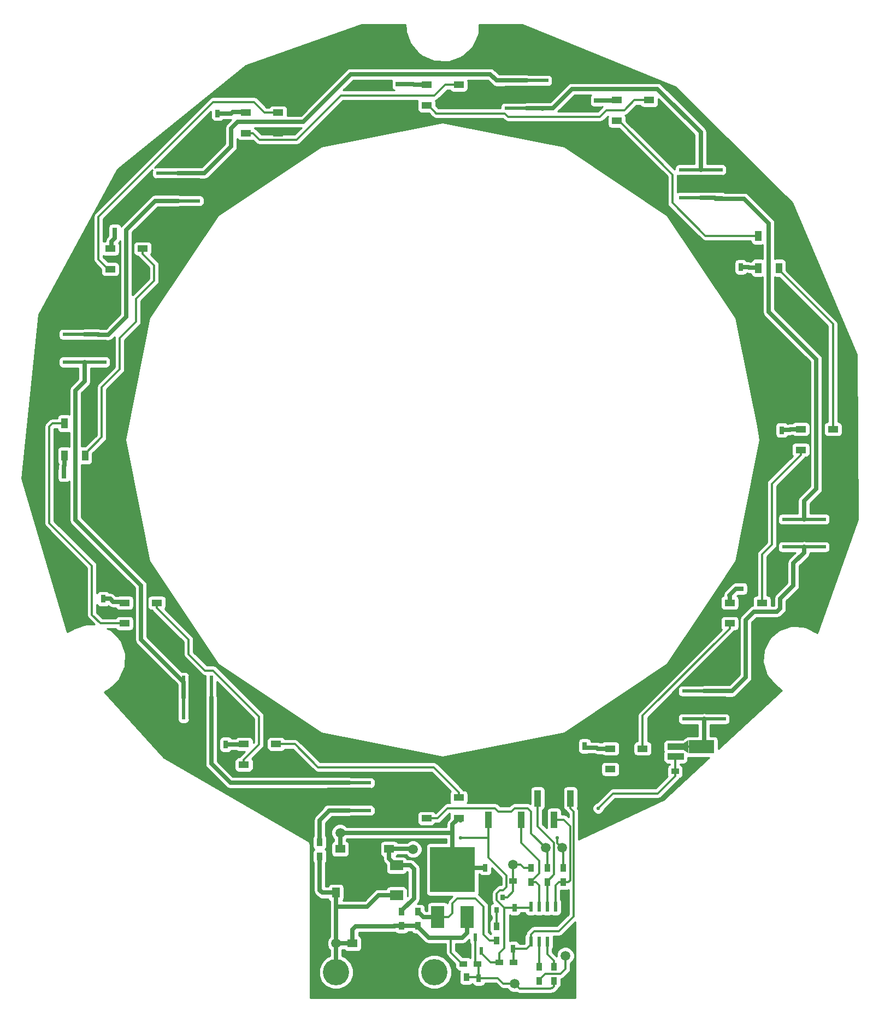
<source format=gbr>
G04 #@! TF.FileFunction,Copper,L1,Top,Signal*
%FSLAX46Y46*%
G04 Gerber Fmt 4.6, Leading zero omitted, Abs format (unit mm)*
G04 Created by KiCad (PCBNEW 4.0.7) date 02/08/19 08:23:58*
%MOMM*%
%LPD*%
G01*
G04 APERTURE LIST*
%ADD10C,0.100000*%
%ADD11C,0.558800*%
%ADD12R,2.000000X3.800000*%
%ADD13R,2.000000X1.500000*%
%ADD14R,0.900000X1.200000*%
%ADD15R,1.500000X1.250000*%
%ADD16R,0.750000X1.200000*%
%ADD17R,1.250000X1.500000*%
%ADD18R,1.200000X0.750000*%
%ADD19C,4.064000*%
%ADD20R,1.600000X1.000000*%
%ADD21R,1.000000X1.600000*%
%ADD22R,0.800000X0.900000*%
%ADD23R,2.000000X3.500000*%
%ADD24R,7.000000X7.000000*%
%ADD25R,1.200000X0.900000*%
%ADD26R,0.600000X1.550000*%
%ADD27C,1.500000*%
%ADD28R,1.000000X2.510000*%
%ADD29R,0.600000X1.300000*%
%ADD30R,2.500000X1.000000*%
%ADD31R,4.000000X2.000000*%
%ADD32R,6.780000X0.500000*%
%ADD33R,6.780000X2.780000*%
%ADD34R,0.500000X6.780000*%
%ADD35R,2.780000X6.780000*%
%ADD36C,0.635000*%
%ADD37C,0.304800*%
%ADD38C,0.254000*%
G04 APERTURE END LIST*
D10*
D11*
X181610000Y-143510000D03*
X182880000Y-143510000D03*
X182880000Y-142240000D03*
X193040000Y-143510000D03*
X191770000Y-143510000D03*
X193040000Y-142240000D03*
X191770000Y-142240000D03*
X208280000Y-116840000D03*
X208280000Y-115570000D03*
X207010000Y-116840000D03*
X207010000Y-115570000D03*
X193040000Y-60960000D03*
X193040000Y-62230000D03*
X191770000Y-62230000D03*
X191770000Y-60960000D03*
X165100000Y-45720000D03*
X166370000Y-45720000D03*
X165100000Y-46990000D03*
X154940000Y-48260000D03*
X154940000Y-49530000D03*
X156210000Y-49530000D03*
X156210000Y-48260000D03*
X101600000Y-63500000D03*
X101600000Y-62230000D03*
X101600000Y-60960000D03*
X86360000Y-86360000D03*
X86360000Y-87630000D03*
X87630000Y-87630000D03*
X87630000Y-86360000D03*
X106680000Y-147320000D03*
X106680000Y-146050000D03*
X107950000Y-147320000D03*
X107950000Y-146050000D03*
X138430000Y-156210000D03*
X138430000Y-157480000D03*
X137160000Y-157480000D03*
X137160000Y-156210000D03*
X127000000Y-156210000D03*
X127000000Y-157480000D03*
X128270000Y-157480000D03*
X128270000Y-156210000D03*
X133858000Y-166751000D03*
X137922000Y-169926000D03*
X136779000Y-169926000D03*
X135763000Y-169926000D03*
D12*
X133908000Y-169912000D03*
D13*
X140208000Y-169912000D03*
X140208000Y-167612000D03*
X140208000Y-172212000D03*
D11*
X171196000Y-149352000D03*
X191770000Y-125730000D03*
X201168000Y-100076000D03*
X194818000Y-74930000D03*
X172720000Y-49022000D03*
X142748000Y-46482000D03*
X114808000Y-50800000D03*
X96012000Y-70866000D03*
X88646000Y-105664000D03*
X96266000Y-126746000D03*
X115062000Y-148844000D03*
X158496000Y-157226000D03*
X169418000Y-152654000D03*
X176530000Y-152654000D03*
X195326000Y-123444000D03*
X196850000Y-131572000D03*
X199898000Y-103632000D03*
X207772000Y-101854000D03*
X193548000Y-71374000D03*
X199390000Y-71628000D03*
X167894000Y-49022000D03*
X177546000Y-52324000D03*
X137160000Y-46482000D03*
X148082000Y-49784000D03*
X112522000Y-54356000D03*
X120142000Y-54102000D03*
X100838000Y-76454000D03*
X97790000Y-67310000D03*
X91948000Y-100584000D03*
X88646000Y-110490000D03*
X95758000Y-128270000D03*
X103124000Y-131572000D03*
X113792000Y-152146000D03*
X123444000Y-152146000D03*
X142748000Y-156972000D03*
X150876000Y-168148000D03*
X146812000Y-168148000D03*
X148844000Y-170180000D03*
X148844000Y-166370000D03*
X148844000Y-168148000D03*
X132207000Y-169291000D03*
X153924000Y-171450000D03*
X159512000Y-178562000D03*
X166116000Y-179578000D03*
X149352000Y-187198000D03*
X137668000Y-180340000D03*
X137668000Y-179070000D03*
X136652000Y-178308000D03*
D14*
X166053788Y-170233428D03*
X166053788Y-168033428D03*
D15*
X133370000Y-179705000D03*
X135870000Y-179705000D03*
D16*
X158445788Y-174183000D03*
X158445788Y-176083000D03*
D17*
X130792298Y-171839852D03*
X130792298Y-169339852D03*
D16*
X152908000Y-185105000D03*
X152908000Y-187005000D03*
D15*
X139027298Y-165050852D03*
X136527298Y-165050852D03*
X131447298Y-165050852D03*
X133947298Y-165050852D03*
D16*
X153924000Y-167960000D03*
X153924000Y-169860000D03*
X88646000Y-107000000D03*
X88646000Y-108900000D03*
D18*
X140650000Y-46482000D03*
X138750000Y-46482000D03*
D16*
X199898000Y-100142000D03*
X199898000Y-102042000D03*
X113720000Y-148850000D03*
X113720000Y-150750000D03*
X96520000Y-69342000D03*
X96520000Y-67442000D03*
D18*
X171384000Y-49022000D03*
X169484000Y-49022000D03*
X193370000Y-124714000D03*
X195270000Y-124714000D03*
D16*
X94720000Y-126300000D03*
X94720000Y-128200000D03*
X112456000Y-51052000D03*
X112456000Y-52952000D03*
X193548000Y-74864000D03*
X193548000Y-72964000D03*
X169320000Y-149100000D03*
X169320000Y-151000000D03*
D19*
X130810000Y-184150000D03*
X138430000Y-184150000D03*
X146050000Y-184150000D03*
D20*
X144820000Y-157100000D03*
X144820000Y-160300000D03*
X149820000Y-157100000D03*
X149820000Y-160300000D03*
X121520000Y-152000000D03*
X121520000Y-148800000D03*
X116520000Y-152000000D03*
X116520000Y-148800000D03*
X103020000Y-130100000D03*
X103020000Y-126900000D03*
X98020000Y-130100000D03*
X98020000Y-126900000D03*
D21*
X91920000Y-99100000D03*
X88720000Y-99100000D03*
X91920000Y-104100000D03*
X88720000Y-104100000D03*
D20*
X100820000Y-75200000D03*
X100820000Y-72000000D03*
X95820000Y-75200000D03*
X95820000Y-72000000D03*
X121814000Y-54110000D03*
X121814000Y-50910000D03*
X116814000Y-54110000D03*
X116814000Y-50910000D03*
X149820000Y-49810000D03*
X149820000Y-46610000D03*
X144820000Y-49810000D03*
X144820000Y-46610000D03*
X179320000Y-52200000D03*
X179320000Y-49000000D03*
X174320000Y-52200000D03*
X174320000Y-49000000D03*
D21*
X199420000Y-70000000D03*
X196220000Y-70000000D03*
X199420000Y-75000000D03*
X196220000Y-75000000D03*
D20*
X207820000Y-103200000D03*
X207820000Y-100000000D03*
X202820000Y-103200000D03*
X202820000Y-100000000D03*
X196820000Y-130100000D03*
X196820000Y-126900000D03*
X191820000Y-130100000D03*
X191820000Y-126900000D03*
X178320000Y-152700000D03*
X178320000Y-149500000D03*
X173320000Y-152700000D03*
X173320000Y-149500000D03*
D22*
X156652000Y-172542672D03*
X154752000Y-172542672D03*
X155702000Y-174542672D03*
D23*
X146569688Y-175651202D03*
X151149688Y-175651202D03*
D24*
X148869688Y-168251202D03*
D25*
X150538000Y-182880000D03*
X152738000Y-182880000D03*
D14*
X151003000Y-184955000D03*
X151003000Y-187155000D03*
D25*
X158242000Y-170002672D03*
X156042000Y-170002672D03*
D14*
X143510000Y-176995000D03*
X143510000Y-174795000D03*
X155702000Y-179238000D03*
X155702000Y-177038000D03*
X163553788Y-170233428D03*
X163553788Y-168033428D03*
X161053788Y-170233428D03*
X161053788Y-168033428D03*
X162303788Y-183283428D03*
X162303788Y-185483428D03*
X164553788Y-183283428D03*
X164553788Y-185483428D03*
D25*
X158326000Y-182626000D03*
X156126000Y-182626000D03*
D26*
X160985788Y-179413428D03*
X162255788Y-179413428D03*
X163525788Y-179413428D03*
X164795788Y-179413428D03*
X164795788Y-174013428D03*
X163525788Y-174013428D03*
X162255788Y-174013428D03*
X160985788Y-174013428D03*
D16*
X158242000Y-178628000D03*
X158242000Y-180528000D03*
D27*
X140335000Y-156845000D03*
X130810000Y-179705000D03*
X142748000Y-165100000D03*
X131445000Y-162560000D03*
X166370000Y-181610000D03*
D28*
X154432000Y-160528000D03*
X159512000Y-160528000D03*
X164592000Y-160528000D03*
X156972000Y-157218000D03*
X162052000Y-157218000D03*
X167132000Y-157218000D03*
D27*
X165826894Y-164903214D03*
X163286894Y-164903214D03*
X158242000Y-167513000D03*
X158496000Y-185928000D03*
D14*
X140970000Y-176995000D03*
X140970000Y-174795000D03*
D11*
X135636000Y-178308000D03*
D29*
X152400000Y-178782000D03*
X153350000Y-180882000D03*
X151450000Y-180882000D03*
D30*
X183440000Y-147725000D03*
X183440000Y-149225000D03*
X183440000Y-150725000D03*
D31*
X187400000Y-149225000D03*
D10*
G36*
X185425000Y-150225000D02*
X184675000Y-149725000D01*
X184675000Y-148725000D01*
X185425000Y-148225000D01*
X185425000Y-150225000D01*
X185425000Y-150225000D01*
G37*
D14*
X128270000Y-164000000D03*
X128270000Y-166200000D03*
D25*
X183345000Y-153035000D03*
X181145000Y-153035000D03*
D32*
X132820000Y-154800000D03*
X132820000Y-159100000D03*
D33*
X132820000Y-156950000D03*
D34*
X107170000Y-141600000D03*
X111470000Y-141600000D03*
D35*
X109320000Y-141600000D03*
D32*
X91820000Y-85300000D03*
X91820000Y-89600000D03*
D33*
X91820000Y-87450000D03*
D32*
X106320000Y-60300000D03*
X106320000Y-64600000D03*
D33*
X106320000Y-62450000D03*
D32*
X160320000Y-50250000D03*
X160320000Y-45950000D03*
D33*
X160320000Y-48100000D03*
D32*
X187320000Y-64100000D03*
X187320000Y-59800000D03*
D33*
X187320000Y-61950000D03*
D32*
X203320000Y-118250000D03*
X203320000Y-113950000D03*
D33*
X203320000Y-116100000D03*
D32*
X187820000Y-144900000D03*
X187820000Y-140600000D03*
D33*
X187820000Y-142750000D03*
D11*
X150114000Y-180848000D03*
X165100000Y-163322000D03*
X142748000Y-165100000D03*
X150114000Y-163322000D03*
X166370000Y-181610000D03*
X171450000Y-158750000D03*
D36*
X150369890Y-178816000D02*
X148590000Y-178816000D01*
X148590000Y-178816000D02*
X145181000Y-178816000D01*
D37*
X150538000Y-182880000D02*
X150388000Y-182880000D01*
X150388000Y-182880000D02*
X148590000Y-181082000D01*
X148590000Y-181082000D02*
X148590000Y-178816000D01*
D36*
X128270000Y-171450000D02*
X128659852Y-171839852D01*
X128659852Y-171839852D02*
X130792298Y-171839852D01*
X128270000Y-166200000D02*
X128270000Y-171450000D01*
X135636000Y-173990000D02*
X137414000Y-172212000D01*
X137414000Y-172212000D02*
X140208000Y-172212000D01*
X130810000Y-173990000D02*
X130810000Y-172720000D01*
X130810000Y-179705000D02*
X130810000Y-173990000D01*
X130810000Y-173990000D02*
X135636000Y-173990000D01*
X140970000Y-176995000D02*
X139885000Y-176995000D01*
X139885000Y-176995000D02*
X139842000Y-177038000D01*
X139842000Y-177038000D02*
X133858000Y-177038000D01*
X133858000Y-177038000D02*
X133370000Y-177526000D01*
X133370000Y-177526000D02*
X133370000Y-179705000D01*
X143510000Y-176995000D02*
X140970000Y-176995000D01*
X145181000Y-178816000D02*
X143510000Y-177145000D01*
X143510000Y-177145000D02*
X143510000Y-176995000D01*
X151149688Y-175651202D02*
X151149688Y-178036202D01*
X151149688Y-178036202D02*
X150369890Y-178816000D01*
X133370000Y-179705000D02*
X130810000Y-179705000D01*
X130810000Y-172720000D02*
X130810000Y-171857554D01*
X130810000Y-171857554D02*
X130792298Y-171839852D01*
X130810000Y-184150000D02*
X130810000Y-179705000D01*
X130792298Y-171839852D02*
X130792298Y-171940298D01*
X181102000Y-148336000D02*
X181145000Y-148379000D01*
X181145000Y-148379000D02*
X181145000Y-153035000D01*
X181610000Y-147828000D02*
X181102000Y-148336000D01*
X182241178Y-147828000D02*
X181610000Y-147828000D01*
X183440000Y-147725000D02*
X182344178Y-147725000D01*
X182344178Y-147725000D02*
X182241178Y-147828000D01*
X181145000Y-153035000D02*
X178655000Y-153035000D01*
X178655000Y-153035000D02*
X178320000Y-152700000D01*
D37*
X151450000Y-180882000D02*
X150148000Y-180882000D01*
X150148000Y-180882000D02*
X150114000Y-180848000D01*
D36*
X140208000Y-169912000D02*
X133908000Y-169912000D01*
X133908000Y-169912000D02*
X133908000Y-165090150D01*
X133908000Y-165090150D02*
X133947298Y-165050852D01*
X130792298Y-169339852D02*
X133335852Y-169339852D01*
X133335852Y-169339852D02*
X133908000Y-169912000D01*
X121520000Y-152000000D02*
X123298000Y-152000000D01*
X123298000Y-152000000D02*
X123444000Y-152146000D01*
X113792000Y-152146000D02*
X113792000Y-150822000D01*
X113792000Y-150822000D02*
X113720000Y-150750000D01*
X103124000Y-131572000D02*
X103124000Y-130204000D01*
X103124000Y-130204000D02*
X103020000Y-130100000D01*
X95758000Y-128270000D02*
X94790000Y-128270000D01*
X94790000Y-128270000D02*
X94720000Y-128200000D01*
X88646000Y-108900000D02*
X88646000Y-110490000D01*
X91948000Y-100584000D02*
X91948000Y-99128000D01*
X91948000Y-99128000D02*
X91920000Y-99100000D01*
X100838000Y-76454000D02*
X100838000Y-75218000D01*
X100838000Y-75218000D02*
X100820000Y-75200000D01*
X97790000Y-67310000D02*
X96652000Y-67310000D01*
X96652000Y-67310000D02*
X96520000Y-67442000D01*
X112456000Y-52952000D02*
X112456000Y-54290000D01*
X112456000Y-54290000D02*
X112522000Y-54356000D01*
X120142000Y-54102000D02*
X121806000Y-54102000D01*
X121806000Y-54102000D02*
X121814000Y-54110000D01*
X138750000Y-46482000D02*
X137160000Y-46482000D01*
X148082000Y-49784000D02*
X149794000Y-49784000D01*
X149794000Y-49784000D02*
X149820000Y-49810000D01*
X167894000Y-49022000D02*
X169484000Y-49022000D01*
X177546000Y-52324000D02*
X179196000Y-52324000D01*
X179196000Y-52324000D02*
X179320000Y-52200000D01*
X193548000Y-71374000D02*
X193548000Y-72964000D01*
X199390000Y-71628000D02*
X199390000Y-70030000D01*
X199390000Y-70030000D02*
X199420000Y-70000000D01*
X207772000Y-101854000D02*
X207772000Y-103152000D01*
X207772000Y-103152000D02*
X207820000Y-103200000D01*
X199898000Y-103632000D02*
X199898000Y-102042000D01*
X195326000Y-123444000D02*
X195326000Y-124658000D01*
X195326000Y-124658000D02*
X195270000Y-124714000D01*
X196850000Y-131572000D02*
X196850000Y-130130000D01*
X196850000Y-130130000D02*
X196820000Y-130100000D01*
X176530000Y-152654000D02*
X178274000Y-152654000D01*
X178274000Y-152654000D02*
X178320000Y-152700000D01*
X169418000Y-152654000D02*
X169418000Y-151098000D01*
X169418000Y-151098000D02*
X169320000Y-151000000D01*
X158496000Y-157226000D02*
X156980000Y-157226000D01*
X156980000Y-157226000D02*
X156972000Y-157218000D01*
X142748000Y-156972000D02*
X140462000Y-156972000D01*
X140462000Y-156972000D02*
X140335000Y-156845000D01*
X142748000Y-156972000D02*
X144692000Y-156972000D01*
X144692000Y-156972000D02*
X144820000Y-157100000D01*
X166116000Y-179578000D02*
X164960360Y-179578000D01*
X164960360Y-179578000D02*
X164795788Y-179413428D01*
X159512000Y-178562000D02*
X158308000Y-178562000D01*
X158308000Y-178562000D02*
X158242000Y-178628000D01*
X149352000Y-187198000D02*
X150960000Y-187198000D01*
X150960000Y-187198000D02*
X151003000Y-187155000D01*
X153924000Y-171664672D02*
X153924000Y-169860000D01*
X154752000Y-172542672D02*
X154752000Y-172492672D01*
X154752000Y-172492672D02*
X153924000Y-171664672D01*
X156042000Y-170002672D02*
X154066672Y-170002672D01*
X154066672Y-170002672D02*
X153924000Y-169860000D01*
X152908000Y-187005000D02*
X151153000Y-187005000D01*
X151153000Y-187005000D02*
X151003000Y-187155000D01*
X158242000Y-178628000D02*
X158242000Y-176286788D01*
X158242000Y-176286788D02*
X158445788Y-176083000D01*
X133947298Y-165050852D02*
X136527298Y-165050852D01*
X133992298Y-165095852D02*
X133947298Y-165050852D01*
X135870000Y-179705000D02*
X135870000Y-181590000D01*
X135870000Y-181590000D02*
X138430000Y-184150000D01*
D37*
X156718000Y-185928000D02*
X155895000Y-185105000D01*
X155895000Y-185105000D02*
X152908000Y-185105000D01*
X158496000Y-185928000D02*
X156718000Y-185928000D01*
X164169984Y-186604016D02*
X164096001Y-186677999D01*
X164096001Y-186677999D02*
X159245999Y-186677999D01*
X159245999Y-186677999D02*
X158496000Y-185928000D01*
X164338000Y-186604016D02*
X164169984Y-186604016D01*
X164553788Y-185483428D02*
X164553788Y-186388228D01*
X164553788Y-186388228D02*
X164338000Y-186604016D01*
X152400000Y-178782000D02*
X152400000Y-182542000D01*
X152400000Y-182542000D02*
X152738000Y-182880000D01*
X152908000Y-185105000D02*
X152908000Y-183050000D01*
X152908000Y-183050000D02*
X152738000Y-182880000D01*
X151003000Y-184955000D02*
X152758000Y-184955000D01*
X152758000Y-184955000D02*
X152908000Y-185105000D01*
D36*
X115062000Y-148844000D02*
X116476000Y-148844000D01*
X116476000Y-148844000D02*
X116520000Y-148800000D01*
X113720000Y-148850000D02*
X115056000Y-148850000D01*
X115056000Y-148850000D02*
X115062000Y-148844000D01*
X96266000Y-126746000D02*
X97866000Y-126746000D01*
X97866000Y-126746000D02*
X98020000Y-126900000D01*
X94720000Y-126300000D02*
X95820000Y-126300000D01*
X95820000Y-126300000D02*
X96266000Y-126746000D01*
X88646000Y-105664000D02*
X88646000Y-107000000D01*
X88720000Y-104100000D02*
X88720000Y-105590000D01*
X88720000Y-105590000D02*
X88646000Y-105664000D01*
X96012000Y-70866000D02*
X96012000Y-71808000D01*
X96012000Y-71808000D02*
X95820000Y-72000000D01*
X96520000Y-69342000D02*
X96520000Y-70358000D01*
X96520000Y-70358000D02*
X96012000Y-70866000D01*
X114808000Y-50800000D02*
X116704000Y-50800000D01*
X116704000Y-50800000D02*
X116814000Y-50910000D01*
X112456000Y-51052000D02*
X114556000Y-51052000D01*
X114556000Y-51052000D02*
X114808000Y-50800000D01*
X142748000Y-46482000D02*
X140650000Y-46482000D01*
X144820000Y-46610000D02*
X142876000Y-46610000D01*
X142876000Y-46610000D02*
X142748000Y-46482000D01*
X172720000Y-49022000D02*
X174298000Y-49022000D01*
X174298000Y-49022000D02*
X174320000Y-49000000D01*
X171384000Y-49022000D02*
X172720000Y-49022000D01*
X194818000Y-74930000D02*
X196150000Y-74930000D01*
X196150000Y-74930000D02*
X196220000Y-75000000D01*
X193548000Y-74864000D02*
X194752000Y-74864000D01*
X194752000Y-74864000D02*
X194818000Y-74930000D01*
X201168000Y-100076000D02*
X199964000Y-100076000D01*
X199964000Y-100076000D02*
X199898000Y-100142000D01*
X202820000Y-100000000D02*
X201244000Y-100000000D01*
X201244000Y-100000000D02*
X201168000Y-100076000D01*
X191770000Y-125730000D02*
X192786000Y-124714000D01*
X192786000Y-124714000D02*
X193370000Y-124714000D01*
X191820000Y-126900000D02*
X191820000Y-125780000D01*
X191820000Y-125780000D02*
X191770000Y-125730000D01*
X171196000Y-149352000D02*
X169572000Y-149352000D01*
X169572000Y-149352000D02*
X169320000Y-149100000D01*
X173320000Y-149500000D02*
X171344000Y-149500000D01*
X171344000Y-149500000D02*
X171196000Y-149352000D01*
X153924000Y-167960000D02*
X149160890Y-167960000D01*
X149160890Y-167960000D02*
X148869688Y-168251202D01*
X148869688Y-168251202D02*
X148869688Y-162560000D01*
X148869688Y-162560000D02*
X148869688Y-161250312D01*
X131445000Y-162560000D02*
X148869688Y-162560000D01*
X150114000Y-160594000D02*
X149820000Y-160300000D01*
X148869688Y-161250312D02*
X149820000Y-160300000D01*
X131447298Y-165050852D02*
X131447298Y-162562298D01*
X131447298Y-162562298D02*
X131445000Y-162560000D01*
X111470000Y-151856000D02*
X114414000Y-154800000D01*
X114414000Y-154800000D02*
X132820000Y-154800000D01*
X111470000Y-141600000D02*
X111470000Y-151856000D01*
X107170000Y-141600000D02*
X107170000Y-139460000D01*
X100584000Y-132588000D02*
X100584000Y-124206000D01*
X107170000Y-139460000D02*
X107188000Y-139442000D01*
X107188000Y-139442000D02*
X107188000Y-139192000D01*
X107188000Y-139192000D02*
X100584000Y-132588000D01*
X100584000Y-124206000D02*
X90424000Y-114046000D01*
X90424000Y-114046000D02*
X90424000Y-93980000D01*
X90424000Y-93980000D02*
X91820000Y-92584000D01*
X91820000Y-92584000D02*
X91820000Y-89600000D01*
X98298000Y-69088000D02*
X102786000Y-64600000D01*
X102786000Y-64600000D02*
X106320000Y-64600000D01*
X98298000Y-82550000D02*
X98298000Y-69088000D01*
X95504000Y-85344000D02*
X98298000Y-82550000D01*
X94004000Y-85344000D02*
X95504000Y-85344000D01*
X91820000Y-85300000D02*
X93960000Y-85300000D01*
X93960000Y-85300000D02*
X94004000Y-85344000D01*
X106320000Y-60300000D02*
X110388000Y-60300000D01*
X125730000Y-52324000D02*
X133096000Y-44958000D01*
X110388000Y-60300000D02*
X114554000Y-56134000D01*
X114554000Y-56134000D02*
X114554000Y-53340000D01*
X114554000Y-53340000D02*
X115570000Y-52324000D01*
X115570000Y-52324000D02*
X125730000Y-52324000D01*
X155678000Y-45950000D02*
X160320000Y-45950000D01*
X133096000Y-44958000D02*
X154686000Y-44958000D01*
X154686000Y-44958000D02*
X155678000Y-45950000D01*
X180594000Y-47244000D02*
X187320000Y-53970000D01*
X187320000Y-53970000D02*
X187320000Y-59800000D01*
X167386000Y-47244000D02*
X180594000Y-47244000D01*
X164380000Y-50250000D02*
X167386000Y-47244000D01*
X162795822Y-50250000D02*
X164380000Y-50250000D01*
X160320000Y-50250000D02*
X162795822Y-50250000D01*
X162795822Y-50250000D02*
X162837822Y-50292000D01*
X187320000Y-64100000D02*
X189460000Y-64100000D01*
X189460000Y-64100000D02*
X189622000Y-64262000D01*
X189622000Y-64262000D02*
X194056000Y-64262000D01*
X205232000Y-109220000D02*
X203320000Y-111132000D01*
X194056000Y-64262000D02*
X197866000Y-68072000D01*
X197866000Y-68072000D02*
X197866000Y-81788000D01*
X197866000Y-81788000D02*
X205232000Y-89154000D01*
X205232000Y-89154000D02*
X205232000Y-109220000D01*
X203320000Y-111132000D02*
X203320000Y-113950000D01*
X203320000Y-118250000D02*
X203320000Y-119135000D01*
X203320000Y-119135000D02*
X201676000Y-120779000D01*
X201676000Y-120779000D02*
X201676000Y-124189822D01*
X192140000Y-140600000D02*
X187820000Y-140600000D01*
X201676000Y-124189822D02*
X199644000Y-126221822D01*
X199644000Y-126221822D02*
X199644000Y-127762000D01*
X199644000Y-127762000D02*
X199136000Y-128270000D01*
X194310000Y-138430000D02*
X192140000Y-140600000D01*
X199136000Y-128270000D02*
X195580000Y-128270000D01*
X195580000Y-128270000D02*
X194310000Y-129540000D01*
X194310000Y-129540000D02*
X194310000Y-138430000D01*
D37*
X165100000Y-163322000D02*
X165100000Y-164176320D01*
X165100000Y-164176320D02*
X165826894Y-164903214D01*
X166053788Y-168033428D02*
X166053788Y-165130108D01*
X166053788Y-165130108D02*
X165826894Y-164903214D01*
X163286894Y-164903214D02*
X161036000Y-162652320D01*
X161036000Y-162652320D02*
X161036000Y-159258000D01*
X161036000Y-159258000D02*
X160528000Y-158750000D01*
X160528000Y-158750000D02*
X158496000Y-158750000D01*
X155448000Y-158750000D02*
X148082000Y-158750000D01*
X158496000Y-158750000D02*
X157988000Y-159258000D01*
X157988000Y-159258000D02*
X155956000Y-159258000D01*
X155956000Y-159258000D02*
X155448000Y-158750000D01*
X148082000Y-158750000D02*
X146532000Y-160300000D01*
X146532000Y-160300000D02*
X144820000Y-160300000D01*
X163553788Y-168033428D02*
X163553788Y-165170108D01*
X163553788Y-165170108D02*
X163286894Y-164903214D01*
X128016000Y-152400000D02*
X124416000Y-148800000D01*
X124416000Y-148800000D02*
X121520000Y-148800000D01*
X145924800Y-152400000D02*
X128016000Y-152400000D01*
X149820000Y-157100000D02*
X149820000Y-156295200D01*
X149820000Y-156295200D02*
X145924800Y-152400000D01*
X103020000Y-126900000D02*
X103020000Y-127704800D01*
X116520000Y-151195200D02*
X116520000Y-152000000D01*
X103020000Y-127704800D02*
X107950000Y-132634800D01*
X107950000Y-132634800D02*
X107950000Y-134874000D01*
X107950000Y-134874000D02*
X110490000Y-137414000D01*
X110490000Y-137414000D02*
X111760000Y-137414000D01*
X118872000Y-144526000D02*
X118872000Y-148843200D01*
X111760000Y-137414000D02*
X118872000Y-144526000D01*
X118872000Y-148843200D02*
X116520000Y-151195200D01*
X202820000Y-103200000D02*
X202820000Y-104004800D01*
X202820000Y-104004800D02*
X198359876Y-108464924D01*
X198359876Y-108464924D02*
X198359876Y-117870124D01*
X198359876Y-117870124D02*
X196820000Y-119410000D01*
X196820000Y-119410000D02*
X196820000Y-126900000D01*
X86360000Y-99568000D02*
X86828000Y-99100000D01*
X86828000Y-99100000D02*
X88720000Y-99100000D01*
X86360000Y-114554000D02*
X86360000Y-99568000D01*
X92964000Y-121158000D02*
X86360000Y-114554000D01*
X92964000Y-128778000D02*
X92964000Y-121158000D01*
X94286000Y-130100000D02*
X92964000Y-128778000D01*
X98020000Y-130100000D02*
X94286000Y-130100000D01*
X191820000Y-130100000D02*
X191820000Y-130904800D01*
X191820000Y-130904800D02*
X178320000Y-144404800D01*
X178320000Y-144404800D02*
X178320000Y-148695200D01*
X178320000Y-148695200D02*
X178320000Y-149500000D01*
X102616000Y-76962000D02*
X102616000Y-74600800D01*
X102616000Y-74600800D02*
X100820000Y-72804800D01*
X100820000Y-72804800D02*
X100820000Y-72000000D01*
X99822000Y-79756000D02*
X102616000Y-76962000D01*
X99822000Y-83312000D02*
X99822000Y-79756000D01*
X97282000Y-85852000D02*
X99822000Y-83312000D01*
X97282000Y-90678000D02*
X97282000Y-85852000D01*
X94488000Y-93472000D02*
X97282000Y-90678000D01*
X94488000Y-101232000D02*
X94488000Y-93472000D01*
X91920000Y-104100000D02*
X91920000Y-103800000D01*
X91920000Y-103800000D02*
X94488000Y-101232000D01*
X95820000Y-75200000D02*
X95520000Y-75200000D01*
X111760000Y-49276000D02*
X118110000Y-49276000D01*
X95520000Y-75200000D02*
X93980000Y-73660000D01*
X93980000Y-73660000D02*
X93980000Y-67056000D01*
X93980000Y-67056000D02*
X111760000Y-49276000D01*
X118110000Y-49276000D02*
X119744000Y-50910000D01*
X119744000Y-50910000D02*
X121814000Y-50910000D01*
X199420000Y-75000000D02*
X199420000Y-75300000D01*
X207820000Y-83700000D02*
X207820000Y-99195200D01*
X199420000Y-75300000D02*
X207820000Y-83700000D01*
X207820000Y-99195200D02*
X207820000Y-100000000D01*
X155702000Y-177038000D02*
X155702000Y-174542672D01*
X155702000Y-179238000D02*
X154600000Y-179238000D01*
X148198798Y-175651202D02*
X146569688Y-175651202D01*
X154600000Y-179238000D02*
X153670000Y-178308000D01*
X153670000Y-178308000D02*
X153670000Y-173990000D01*
X153670000Y-173990000D02*
X152400000Y-172720000D01*
X152400000Y-172720000D02*
X149606000Y-172720000D01*
X149606000Y-172720000D02*
X148844000Y-173482000D01*
X148844000Y-173482000D02*
X148844000Y-175006000D01*
X148844000Y-175006000D02*
X148198798Y-175651202D01*
D36*
X146569688Y-175651202D02*
X144366202Y-175651202D01*
X144366202Y-175651202D02*
X143510000Y-174795000D01*
D37*
X162303788Y-183283428D02*
X162303788Y-179461428D01*
X162303788Y-179461428D02*
X162255788Y-179413428D01*
X164553788Y-183283428D02*
X164553788Y-182378628D01*
X164553788Y-182378628D02*
X163525788Y-181350628D01*
X163525788Y-181350628D02*
X163525788Y-180493228D01*
X163525788Y-180493228D02*
X163525788Y-179413428D01*
X116814000Y-54110000D02*
X117918800Y-54110000D01*
X117918800Y-54110000D02*
X118926800Y-55118000D01*
X118926800Y-55118000D02*
X124714000Y-55118000D01*
X124714000Y-55118000D02*
X131572000Y-48260000D01*
X131572000Y-48260000D02*
X146050000Y-48260000D01*
X146050000Y-48260000D02*
X147700000Y-46610000D01*
X147700000Y-46610000D02*
X149820000Y-46610000D01*
X175514000Y-50546000D02*
X177060000Y-49000000D01*
X177060000Y-49000000D02*
X179320000Y-49000000D01*
X172720000Y-50546000D02*
X175514000Y-50546000D01*
X171704000Y-51562000D02*
X172720000Y-50546000D01*
X157480000Y-51562000D02*
X171704000Y-51562000D01*
X156972000Y-51054000D02*
X157480000Y-51562000D01*
X146304000Y-51054000D02*
X156972000Y-51054000D01*
X146110000Y-50860000D02*
X146304000Y-51054000D01*
X146110000Y-50800000D02*
X146110000Y-50860000D01*
X144820000Y-49810000D02*
X145120000Y-49810000D01*
X145120000Y-49810000D02*
X146110000Y-50800000D01*
X174320000Y-52200000D02*
X174620000Y-52200000D01*
X174620000Y-52200000D02*
X182944582Y-60524582D01*
X182944582Y-60524582D02*
X182944582Y-64881268D01*
X182944582Y-64881268D02*
X188063314Y-70000000D01*
X188063314Y-70000000D02*
X196220000Y-70000000D01*
X153350000Y-180882000D02*
X153350000Y-181232000D01*
X153350000Y-181232000D02*
X154744000Y-182626000D01*
X154744000Y-182626000D02*
X155221200Y-182626000D01*
X155221200Y-182626000D02*
X156126000Y-182626000D01*
X156893686Y-180418314D02*
X156126000Y-181186000D01*
X156126000Y-181186000D02*
X156126000Y-182626000D01*
X156893686Y-174183000D02*
X156893686Y-180418314D01*
D36*
X140053000Y-167612000D02*
X139027298Y-166586298D01*
X139027298Y-166586298D02*
X139027298Y-165050852D01*
X140208000Y-167612000D02*
X140053000Y-167612000D01*
X142875000Y-168148000D02*
X142339000Y-167612000D01*
X142339000Y-167612000D02*
X140208000Y-167612000D01*
X142875000Y-172740000D02*
X142875000Y-168148000D01*
X140970000Y-174795000D02*
X140970000Y-174645000D01*
X140970000Y-174645000D02*
X142875000Y-172740000D01*
X139027298Y-165050852D02*
X142698852Y-165050852D01*
X142698852Y-165050852D02*
X142748000Y-165100000D01*
D37*
X150114000Y-163322000D02*
X154432000Y-163322000D01*
X154432000Y-163322000D02*
X154432000Y-160528000D01*
X154432000Y-166370000D02*
X154432000Y-163322000D01*
X158445788Y-174183000D02*
X156893686Y-174183000D01*
X156893686Y-174183000D02*
X155702000Y-172991314D01*
X155702000Y-172991314D02*
X155702000Y-171958000D01*
X155702000Y-171958000D02*
X156210000Y-171450000D01*
X156210000Y-171450000D02*
X156718000Y-171450000D01*
X156718000Y-171450000D02*
X157226000Y-170942000D01*
X157226000Y-170942000D02*
X157226000Y-169164000D01*
X157226000Y-169164000D02*
X154432000Y-166370000D01*
X158445788Y-174183000D02*
X160816216Y-174183000D01*
X160816216Y-174183000D02*
X160985788Y-174013428D01*
X160985788Y-179413428D02*
X160985788Y-179888428D01*
X160985788Y-179888428D02*
X160346216Y-180528000D01*
X158921800Y-180528000D02*
X158242000Y-180528000D01*
X160346216Y-180528000D02*
X158921800Y-180528000D01*
X158326000Y-182626000D02*
X158326000Y-180612000D01*
X158326000Y-180612000D02*
X158242000Y-180528000D01*
X167132000Y-157218000D02*
X167132000Y-158777800D01*
X167132000Y-158777800D02*
X167640000Y-159285800D01*
X167640000Y-159285800D02*
X167640000Y-175514000D01*
X167640000Y-175514000D02*
X165354000Y-177800000D01*
X165354000Y-177800000D02*
X161519416Y-177800000D01*
X161519416Y-177800000D02*
X160985788Y-178333628D01*
X160985788Y-178333628D02*
X160985788Y-179413428D01*
X158242000Y-180753000D02*
X158242000Y-180528000D01*
X162306000Y-166878000D02*
X159512000Y-164084000D01*
X159512000Y-164084000D02*
X159512000Y-160528000D01*
X162306000Y-168831216D02*
X162306000Y-166878000D01*
X161053788Y-170233428D02*
X161053788Y-170083428D01*
X161053788Y-170083428D02*
X162306000Y-168831216D01*
X162255788Y-174013428D02*
X162255788Y-170680628D01*
X162255788Y-170680628D02*
X161808588Y-170233428D01*
X161808588Y-170233428D02*
X161053788Y-170233428D01*
X167132000Y-161544000D02*
X166116000Y-160528000D01*
X166116000Y-160528000D02*
X164592000Y-160528000D01*
X167132000Y-169910016D02*
X167132000Y-161544000D01*
X166053788Y-170233428D02*
X166808588Y-170233428D01*
X166808588Y-170233428D02*
X167132000Y-169910016D01*
X164795788Y-174013428D02*
X164795788Y-170736628D01*
X164795788Y-170736628D02*
X165298988Y-170233428D01*
X165298988Y-170233428D02*
X166053788Y-170233428D01*
X164592000Y-164084000D02*
X162052000Y-161544000D01*
X162052000Y-161544000D02*
X162052000Y-157218000D01*
X164592000Y-169045216D02*
X164592000Y-164084000D01*
X163553788Y-170233428D02*
X163553788Y-170083428D01*
X163553788Y-170083428D02*
X164592000Y-169045216D01*
X163553788Y-170233428D02*
X163553788Y-173985428D01*
X163553788Y-173985428D02*
X163525788Y-174013428D01*
D36*
X128270000Y-160625000D02*
X128270000Y-164000000D01*
X132820000Y-159100000D02*
X129795000Y-159100000D01*
X129795000Y-159100000D02*
X128270000Y-160625000D01*
D37*
X183440000Y-149225000D02*
X185050000Y-149225000D01*
X183440000Y-149225000D02*
X187400000Y-149225000D01*
D36*
X187820000Y-144900000D02*
X187820000Y-148805000D01*
X187820000Y-148805000D02*
X187400000Y-149225000D01*
D37*
X173736000Y-156464000D02*
X171450000Y-158750000D01*
X180670800Y-156464000D02*
X173736000Y-156464000D01*
X183345000Y-153035000D02*
X183345000Y-153789800D01*
X183345000Y-153789800D02*
X180670800Y-156464000D01*
X183345000Y-153035000D02*
X183345000Y-150820000D01*
X183345000Y-150820000D02*
X183440000Y-150725000D01*
X166370000Y-183642000D02*
X166370000Y-181610000D01*
X165608000Y-184404000D02*
X166370000Y-183642000D01*
X163233216Y-184404000D02*
X165608000Y-184404000D01*
X162303788Y-185483428D02*
X162303788Y-185333428D01*
X162303788Y-185333428D02*
X163233216Y-184404000D01*
X159905428Y-168033428D02*
X159385000Y-167513000D01*
X159385000Y-167513000D02*
X158242000Y-167513000D01*
X161053788Y-168033428D02*
X159905428Y-168033428D01*
X158242000Y-170002672D02*
X158242000Y-167513000D01*
X156652000Y-172542672D02*
X157356800Y-172542672D01*
X157356800Y-172542672D02*
X158242000Y-171657472D01*
X158242000Y-171657472D02*
X158242000Y-170757472D01*
X158242000Y-170757472D02*
X158242000Y-170002672D01*
D38*
G36*
X141610868Y-38135107D02*
X141636358Y-38236702D01*
X141651894Y-38340280D01*
X142319509Y-40196607D01*
X142356952Y-40258846D01*
X142462317Y-40433990D01*
X143789497Y-41893526D01*
X143853946Y-41941162D01*
X144012277Y-42058190D01*
X145796973Y-42898736D01*
X145931391Y-42932173D01*
X146065808Y-42965611D01*
X148036316Y-43059201D01*
X148274545Y-43023466D01*
X148310280Y-43018106D01*
X150166607Y-42350491D01*
X150285298Y-42279087D01*
X150403990Y-42207683D01*
X151863526Y-40880503D01*
X151961642Y-40747758D01*
X152028190Y-40657723D01*
X152868736Y-38873027D01*
X152902173Y-38738610D01*
X152935611Y-38604192D01*
X152997079Y-37310000D01*
X159681117Y-37310000D01*
X183344573Y-46935829D01*
X201521437Y-64882897D01*
X211446625Y-88419812D01*
X211609226Y-113980628D01*
X205394581Y-131596754D01*
X205135292Y-131441180D01*
X205079179Y-131421074D01*
X205054850Y-131402396D01*
X203585453Y-130677337D01*
X203455460Y-130642473D01*
X203325836Y-130606141D01*
X201594230Y-130472682D01*
X201456703Y-130489186D01*
X201319175Y-130505689D01*
X199668306Y-131045045D01*
X199582028Y-131093547D01*
X199426819Y-131180798D01*
X198108018Y-132310859D01*
X198074849Y-132353075D01*
X197936864Y-132528691D01*
X197150906Y-134077414D01*
X197103046Y-134248171D01*
X197076141Y-134344164D01*
X196942682Y-136075770D01*
X196950818Y-136143563D01*
X196975689Y-136350825D01*
X197515045Y-138001694D01*
X197593617Y-138141463D01*
X197650798Y-138243181D01*
X198780859Y-139561982D01*
X198835477Y-139604896D01*
X198880601Y-139657699D01*
X199878877Y-140444220D01*
X190047440Y-149572267D01*
X190047440Y-148225000D01*
X190003162Y-147989683D01*
X189864090Y-147773559D01*
X189651890Y-147628569D01*
X189400000Y-147577560D01*
X188772500Y-147577560D01*
X188772500Y-145797440D01*
X191210000Y-145797440D01*
X191445317Y-145753162D01*
X191661441Y-145614090D01*
X191806431Y-145401890D01*
X191857440Y-145150000D01*
X191857440Y-144650000D01*
X191813162Y-144414683D01*
X191674090Y-144198559D01*
X191461890Y-144053569D01*
X191210000Y-144002560D01*
X188096804Y-144002560D01*
X187820000Y-143947500D01*
X187543196Y-144002560D01*
X184430000Y-144002560D01*
X184194683Y-144046838D01*
X183978559Y-144185910D01*
X183833569Y-144398110D01*
X183782560Y-144650000D01*
X183782560Y-145150000D01*
X183826838Y-145385317D01*
X183965910Y-145601441D01*
X184178110Y-145746431D01*
X184430000Y-145797440D01*
X186867500Y-145797440D01*
X186867500Y-147577560D01*
X185400000Y-147577560D01*
X185337095Y-147589396D01*
X185303745Y-147589016D01*
X185273600Y-147601344D01*
X185164683Y-147621838D01*
X184948559Y-147760910D01*
X184944053Y-147767505D01*
X184478971Y-148077560D01*
X182190000Y-148077560D01*
X181954683Y-148121838D01*
X181738559Y-148260910D01*
X181593569Y-148473110D01*
X181542560Y-148725000D01*
X181542560Y-149725000D01*
X181586838Y-149960317D01*
X181594342Y-149971979D01*
X181593569Y-149973110D01*
X181542560Y-150225000D01*
X181542560Y-151225000D01*
X181586838Y-151460317D01*
X181725910Y-151676441D01*
X181938110Y-151821431D01*
X182190000Y-151872440D01*
X182557600Y-151872440D01*
X182557600Y-151972822D01*
X182509683Y-151981838D01*
X182293559Y-152120910D01*
X182148569Y-152333110D01*
X182097560Y-152585000D01*
X182097560Y-153485000D01*
X182141838Y-153720317D01*
X182204129Y-153817119D01*
X180344648Y-155676600D01*
X173736000Y-155676600D01*
X173434675Y-155736537D01*
X173179224Y-155907224D01*
X171238397Y-157848051D01*
X170932711Y-157974358D01*
X170675262Y-158231358D01*
X170535759Y-158567317D01*
X170535442Y-158931087D01*
X170674358Y-159267289D01*
X170931358Y-159524738D01*
X171267317Y-159664241D01*
X171631087Y-159664558D01*
X171967289Y-159525642D01*
X172224738Y-159268642D01*
X172352433Y-158961119D01*
X174062152Y-157251400D01*
X180670800Y-157251400D01*
X180972125Y-157191463D01*
X181227576Y-157020776D01*
X183901776Y-154346576D01*
X184059217Y-154110948D01*
X184180317Y-154088162D01*
X184396441Y-153949090D01*
X184541431Y-153736890D01*
X184592440Y-153485000D01*
X184592440Y-152585000D01*
X184548162Y-152349683D01*
X184409090Y-152133559D01*
X184196890Y-151988569D01*
X184132400Y-151975509D01*
X184132400Y-151872440D01*
X184690000Y-151872440D01*
X184925317Y-151828162D01*
X185141441Y-151689090D01*
X185286431Y-151476890D01*
X185337440Y-151225000D01*
X185337440Y-150859771D01*
X185400000Y-150872440D01*
X188647078Y-150872440D01*
X181635950Y-157381956D01*
X168427400Y-163590056D01*
X168427400Y-159285800D01*
X168367463Y-158984475D01*
X168211030Y-158750357D01*
X168228431Y-158724890D01*
X168279440Y-158473000D01*
X168279440Y-155963000D01*
X168235162Y-155727683D01*
X168096090Y-155511559D01*
X167883890Y-155366569D01*
X167632000Y-155315560D01*
X166632000Y-155315560D01*
X166396683Y-155359838D01*
X166180559Y-155498910D01*
X166035569Y-155711110D01*
X165984560Y-155963000D01*
X165984560Y-158473000D01*
X166028838Y-158708317D01*
X166167910Y-158924441D01*
X166380110Y-159069431D01*
X166403553Y-159074178D01*
X166404537Y-159079125D01*
X166575224Y-159334576D01*
X166852600Y-159611952D01*
X166852600Y-160151048D01*
X166672776Y-159971224D01*
X166417325Y-159800537D01*
X166116000Y-159740600D01*
X165739440Y-159740600D01*
X165739440Y-159273000D01*
X165695162Y-159037683D01*
X165556090Y-158821559D01*
X165343890Y-158676569D01*
X165092000Y-158625560D01*
X164092000Y-158625560D01*
X163856683Y-158669838D01*
X163640559Y-158808910D01*
X163495569Y-159021110D01*
X163444560Y-159273000D01*
X163444560Y-161783000D01*
X163453833Y-161832281D01*
X162839400Y-161217848D01*
X162839400Y-159042648D01*
X163003441Y-158937090D01*
X163148431Y-158724890D01*
X163199440Y-158473000D01*
X163199440Y-155963000D01*
X163155162Y-155727683D01*
X163016090Y-155511559D01*
X162803890Y-155366569D01*
X162552000Y-155315560D01*
X161552000Y-155315560D01*
X161316683Y-155359838D01*
X161100559Y-155498910D01*
X160955569Y-155711110D01*
X160904560Y-155963000D01*
X160904560Y-158072807D01*
X160829325Y-158022537D01*
X160528000Y-157962600D01*
X158496000Y-157962600D01*
X158194675Y-158022537D01*
X157939224Y-158193224D01*
X157661848Y-158470600D01*
X156282152Y-158470600D01*
X156004776Y-158193224D01*
X155749325Y-158022537D01*
X155448000Y-157962600D01*
X151140786Y-157962600D01*
X151216431Y-157851890D01*
X151267440Y-157600000D01*
X151267440Y-156600000D01*
X151223162Y-156364683D01*
X151084090Y-156148559D01*
X150871890Y-156003569D01*
X150620000Y-155952560D01*
X150519857Y-155952560D01*
X150376776Y-155738424D01*
X146838352Y-152200000D01*
X171872560Y-152200000D01*
X171872560Y-153200000D01*
X171916838Y-153435317D01*
X172055910Y-153651441D01*
X172268110Y-153796431D01*
X172520000Y-153847440D01*
X174120000Y-153847440D01*
X174355317Y-153803162D01*
X174571441Y-153664090D01*
X174716431Y-153451890D01*
X174767440Y-153200000D01*
X174767440Y-152200000D01*
X174723162Y-151964683D01*
X174584090Y-151748559D01*
X174371890Y-151603569D01*
X174120000Y-151552560D01*
X172520000Y-151552560D01*
X172284683Y-151596838D01*
X172068559Y-151735910D01*
X171923569Y-151948110D01*
X171872560Y-152200000D01*
X146838352Y-152200000D01*
X146481576Y-151843224D01*
X146226125Y-151672537D01*
X145924800Y-151612600D01*
X128342152Y-151612600D01*
X124972776Y-148243224D01*
X124717325Y-148072537D01*
X124416000Y-148012600D01*
X122889648Y-148012600D01*
X122784090Y-147848559D01*
X122571890Y-147703569D01*
X122320000Y-147652560D01*
X120720000Y-147652560D01*
X120484683Y-147696838D01*
X120268559Y-147835910D01*
X120123569Y-148048110D01*
X120072560Y-148300000D01*
X120072560Y-149300000D01*
X120116838Y-149535317D01*
X120255910Y-149751441D01*
X120468110Y-149896431D01*
X120720000Y-149947440D01*
X122320000Y-149947440D01*
X122555317Y-149903162D01*
X122771441Y-149764090D01*
X122892168Y-149587400D01*
X124089848Y-149587400D01*
X127459224Y-152956776D01*
X127714675Y-153127463D01*
X128016000Y-153187400D01*
X145598648Y-153187400D01*
X148559872Y-156148624D01*
X148423569Y-156348110D01*
X148372560Y-156600000D01*
X148372560Y-157600000D01*
X148416838Y-157835317D01*
X148498742Y-157962600D01*
X148082000Y-157962600D01*
X147780675Y-158022537D01*
X147525224Y-158193224D01*
X146205848Y-159512600D01*
X146189648Y-159512600D01*
X146084090Y-159348559D01*
X145871890Y-159203569D01*
X145620000Y-159152560D01*
X144020000Y-159152560D01*
X143784683Y-159196838D01*
X143568559Y-159335910D01*
X143423569Y-159548110D01*
X143372560Y-159800000D01*
X143372560Y-160800000D01*
X143416838Y-161035317D01*
X143555910Y-161251441D01*
X143768110Y-161396431D01*
X144020000Y-161447440D01*
X145620000Y-161447440D01*
X145855317Y-161403162D01*
X146071441Y-161264090D01*
X146192168Y-161087400D01*
X146532000Y-161087400D01*
X146833325Y-161027463D01*
X147088776Y-160856776D01*
X148408152Y-159537400D01*
X148430887Y-159537400D01*
X148423569Y-159548110D01*
X148372560Y-159800000D01*
X148372560Y-160400402D01*
X148196169Y-160576793D01*
X147989693Y-160885806D01*
X147917188Y-161250312D01*
X147917188Y-161607500D01*
X132451140Y-161607500D01*
X132230564Y-161386539D01*
X131721702Y-161175241D01*
X131170715Y-161174760D01*
X130661485Y-161385169D01*
X130271539Y-161774436D01*
X130060241Y-162283298D01*
X130059760Y-162834285D01*
X130270169Y-163343515D01*
X130494798Y-163568536D01*
X130494798Y-163816515D01*
X130461981Y-163822690D01*
X130245857Y-163961762D01*
X130100867Y-164173962D01*
X130049858Y-164425852D01*
X130049858Y-165675852D01*
X130094136Y-165911169D01*
X130233208Y-166127293D01*
X130445408Y-166272283D01*
X130697298Y-166323292D01*
X132197298Y-166323292D01*
X132432615Y-166279014D01*
X132648739Y-166139942D01*
X132793729Y-165927742D01*
X132844738Y-165675852D01*
X132844738Y-164425852D01*
X132800460Y-164190535D01*
X132661388Y-163974411D01*
X132449188Y-163829421D01*
X132399798Y-163819419D01*
X132399798Y-163563846D01*
X132451234Y-163512500D01*
X147917188Y-163512500D01*
X147917188Y-164103762D01*
X145369688Y-164103762D01*
X145134371Y-164148040D01*
X144918247Y-164287112D01*
X144773257Y-164499312D01*
X144722248Y-164751202D01*
X144722248Y-171751202D01*
X144766526Y-171986519D01*
X144905598Y-172202643D01*
X145117798Y-172347633D01*
X145369688Y-172398642D01*
X148813806Y-172398642D01*
X148287224Y-172925224D01*
X148116537Y-173180675D01*
X148056600Y-173482000D01*
X148056600Y-173485227D01*
X148033778Y-173449761D01*
X147821578Y-173304771D01*
X147569688Y-173253762D01*
X145569688Y-173253762D01*
X145334371Y-173298040D01*
X145118247Y-173437112D01*
X144973257Y-173649312D01*
X144922248Y-173901202D01*
X144922248Y-174698702D01*
X144760741Y-174698702D01*
X144607440Y-174545402D01*
X144607440Y-174195000D01*
X144563162Y-173959683D01*
X144424090Y-173743559D01*
X144211890Y-173598569D01*
X143960000Y-173547560D01*
X143414478Y-173547560D01*
X143548519Y-173413519D01*
X143754995Y-173104506D01*
X143827500Y-172740000D01*
X143827500Y-168148000D01*
X143754995Y-167783494D01*
X143652005Y-167629358D01*
X143548519Y-167474480D01*
X143012519Y-166938481D01*
X142703506Y-166732005D01*
X142339000Y-166659500D01*
X141817337Y-166659500D01*
X141811162Y-166626683D01*
X141672090Y-166410559D01*
X141459890Y-166265569D01*
X141208000Y-166214560D01*
X140112779Y-166214560D01*
X140228739Y-166139942D01*
X140322067Y-166003352D01*
X141692797Y-166003352D01*
X141962436Y-166273461D01*
X142471298Y-166484759D01*
X143022285Y-166485240D01*
X143531515Y-166274831D01*
X143921461Y-165885564D01*
X144132759Y-165376702D01*
X144133240Y-164825715D01*
X143922831Y-164316485D01*
X143533564Y-163926539D01*
X143024702Y-163715241D01*
X142473715Y-163714760D01*
X141964485Y-163925169D01*
X141791000Y-164098352D01*
X140321142Y-164098352D01*
X140241388Y-163974411D01*
X140029188Y-163829421D01*
X139777298Y-163778412D01*
X138277298Y-163778412D01*
X138041981Y-163822690D01*
X137825857Y-163961762D01*
X137680867Y-164173962D01*
X137629858Y-164425852D01*
X137629858Y-165675852D01*
X137674136Y-165911169D01*
X137813208Y-166127293D01*
X138025408Y-166272283D01*
X138074798Y-166282285D01*
X138074798Y-166586298D01*
X138147303Y-166950804D01*
X138353779Y-167259817D01*
X138560560Y-167466598D01*
X138560560Y-168362000D01*
X138604838Y-168597317D01*
X138743910Y-168813441D01*
X138956110Y-168958431D01*
X139208000Y-169009440D01*
X141208000Y-169009440D01*
X141443317Y-168965162D01*
X141659441Y-168826090D01*
X141804431Y-168613890D01*
X141814433Y-168564500D01*
X141922500Y-168564500D01*
X141922500Y-172345462D01*
X141855440Y-172412522D01*
X141855440Y-171462000D01*
X141811162Y-171226683D01*
X141672090Y-171010559D01*
X141459890Y-170865569D01*
X141208000Y-170814560D01*
X139208000Y-170814560D01*
X138972683Y-170858838D01*
X138756559Y-170997910D01*
X138611569Y-171210110D01*
X138601567Y-171259500D01*
X137414000Y-171259500D01*
X137049494Y-171332005D01*
X136740481Y-171538481D01*
X135241462Y-173037500D01*
X131879973Y-173037500D01*
X132013729Y-172841742D01*
X132064738Y-172589852D01*
X132064738Y-171089852D01*
X132020460Y-170854535D01*
X131881388Y-170638411D01*
X131669188Y-170493421D01*
X131417298Y-170442412D01*
X130167298Y-170442412D01*
X129931981Y-170486690D01*
X129715857Y-170625762D01*
X129570867Y-170837962D01*
X129560865Y-170887352D01*
X129222500Y-170887352D01*
X129222500Y-167189363D01*
X129316431Y-167051890D01*
X129367440Y-166800000D01*
X129367440Y-165600000D01*
X129323162Y-165364683D01*
X129184090Y-165148559D01*
X129114289Y-165100866D01*
X129171441Y-165064090D01*
X129316431Y-164851890D01*
X129367440Y-164600000D01*
X129367440Y-163400000D01*
X129323162Y-163164683D01*
X129222500Y-163008250D01*
X129222500Y-161019538D01*
X130189538Y-160052500D01*
X132820000Y-160052500D01*
X133096804Y-159997440D01*
X136210000Y-159997440D01*
X136445317Y-159953162D01*
X136661441Y-159814090D01*
X136806431Y-159601890D01*
X136857440Y-159350000D01*
X136857440Y-158850000D01*
X136813162Y-158614683D01*
X136674090Y-158398559D01*
X136461890Y-158253569D01*
X136210000Y-158202560D01*
X133096804Y-158202560D01*
X132820000Y-158147500D01*
X129795000Y-158147500D01*
X129518196Y-158202560D01*
X129430000Y-158202560D01*
X129194683Y-158246838D01*
X128978559Y-158385910D01*
X128833569Y-158598110D01*
X128804042Y-158743920D01*
X127596481Y-159951481D01*
X127390005Y-160260494D01*
X127317500Y-160625000D01*
X127317500Y-163010637D01*
X127223569Y-163148110D01*
X127172560Y-163400000D01*
X127172560Y-164600000D01*
X127216838Y-164835317D01*
X127355910Y-165051441D01*
X127425711Y-165099134D01*
X127368559Y-165135910D01*
X127223569Y-165348110D01*
X127172560Y-165600000D01*
X127172560Y-166800000D01*
X127216838Y-167035317D01*
X127317500Y-167191750D01*
X127317500Y-171450000D01*
X127390005Y-171814506D01*
X127596481Y-172123519D01*
X127986333Y-172513371D01*
X128295346Y-172719847D01*
X128659852Y-172792352D01*
X129557961Y-172792352D01*
X129564136Y-172825169D01*
X129703208Y-173041293D01*
X129857500Y-173146716D01*
X129857500Y-178698860D01*
X129636539Y-178919436D01*
X129425241Y-179428298D01*
X129424760Y-179979285D01*
X129635169Y-180488515D01*
X129857500Y-180711234D01*
X129857500Y-181657867D01*
X129301239Y-181887709D01*
X128550345Y-182637293D01*
X128143464Y-183617173D01*
X128142538Y-184678172D01*
X128547709Y-185658761D01*
X129297293Y-186409655D01*
X130277173Y-186816536D01*
X131338172Y-186817462D01*
X132318761Y-186412291D01*
X133069655Y-185662707D01*
X133476536Y-184682827D01*
X133476540Y-184678172D01*
X143382538Y-184678172D01*
X143787709Y-185658761D01*
X144537293Y-186409655D01*
X145517173Y-186816536D01*
X146578172Y-186817462D01*
X147558761Y-186412291D01*
X148309655Y-185662707D01*
X148716536Y-184682827D01*
X148717462Y-183621828D01*
X148312291Y-182641239D01*
X147562707Y-181890345D01*
X146582827Y-181483464D01*
X145521828Y-181482538D01*
X144541239Y-181887709D01*
X143790345Y-182637293D01*
X143383464Y-183617173D01*
X143382538Y-184678172D01*
X133476540Y-184678172D01*
X133477462Y-183621828D01*
X133072291Y-182641239D01*
X132322707Y-181890345D01*
X131762500Y-181657727D01*
X131762500Y-180711140D01*
X131816234Y-180657500D01*
X132076156Y-180657500D01*
X132155910Y-180781441D01*
X132368110Y-180926431D01*
X132620000Y-180977440D01*
X134120000Y-180977440D01*
X134355317Y-180933162D01*
X134571441Y-180794090D01*
X134716431Y-180581890D01*
X134767440Y-180330000D01*
X134767440Y-179080000D01*
X134723162Y-178844683D01*
X134584090Y-178628559D01*
X134371890Y-178483569D01*
X134322500Y-178473567D01*
X134322500Y-177990500D01*
X139842000Y-177990500D01*
X139999725Y-177959127D01*
X140055910Y-178046441D01*
X140268110Y-178191431D01*
X140520000Y-178242440D01*
X141420000Y-178242440D01*
X141655317Y-178198162D01*
X141871441Y-178059090D01*
X141947687Y-177947500D01*
X142532243Y-177947500D01*
X142595910Y-178046441D01*
X142808110Y-178191431D01*
X143060000Y-178242440D01*
X143260402Y-178242440D01*
X144507481Y-179489519D01*
X144816494Y-179695995D01*
X145181000Y-179768500D01*
X147802600Y-179768500D01*
X147802600Y-181082000D01*
X147862537Y-181383325D01*
X148033224Y-181638776D01*
X149290560Y-182896112D01*
X149290560Y-183330000D01*
X149334838Y-183565317D01*
X149473910Y-183781441D01*
X149686110Y-183926431D01*
X149938000Y-183977440D01*
X150042436Y-183977440D01*
X149956569Y-184103110D01*
X149905560Y-184355000D01*
X149905560Y-185555000D01*
X149949838Y-185790317D01*
X150088910Y-186006441D01*
X150301110Y-186151431D01*
X150553000Y-186202440D01*
X151453000Y-186202440D01*
X151688317Y-186158162D01*
X151904441Y-186019090D01*
X151943625Y-185961742D01*
X152068910Y-186156441D01*
X152281110Y-186301431D01*
X152533000Y-186352440D01*
X153283000Y-186352440D01*
X153518317Y-186308162D01*
X153734441Y-186169090D01*
X153879431Y-185956890D01*
X153892491Y-185892400D01*
X155568848Y-185892400D01*
X156161224Y-186484776D01*
X156416675Y-186655463D01*
X156718000Y-186715400D01*
X157325047Y-186715400D01*
X157710436Y-187101461D01*
X158219298Y-187312759D01*
X158770285Y-187313240D01*
X158792757Y-187303955D01*
X158944674Y-187405462D01*
X159245999Y-187465399D01*
X164096001Y-187465399D01*
X164397326Y-187405462D01*
X164452405Y-187368660D01*
X164639325Y-187331479D01*
X164894776Y-187160792D01*
X165110564Y-186945004D01*
X165281251Y-186689553D01*
X165288113Y-186655054D01*
X165455229Y-186547518D01*
X165600219Y-186335318D01*
X165651228Y-186083428D01*
X165651228Y-185182801D01*
X165909325Y-185131463D01*
X166164776Y-184960776D01*
X166926776Y-184198776D01*
X167097463Y-183943325D01*
X167157400Y-183642000D01*
X167157400Y-182780953D01*
X167543461Y-182395564D01*
X167754759Y-181886702D01*
X167755240Y-181335715D01*
X167544831Y-180826485D01*
X167155564Y-180436539D01*
X166646702Y-180225241D01*
X166095715Y-180224760D01*
X165586485Y-180435169D01*
X165196539Y-180824436D01*
X164985241Y-181333298D01*
X164984924Y-181696212D01*
X164313188Y-181024476D01*
X164313188Y-180599890D01*
X164422219Y-180440318D01*
X164473228Y-180188428D01*
X164473228Y-178638428D01*
X164463626Y-178587400D01*
X165354000Y-178587400D01*
X165655325Y-178527463D01*
X165910776Y-178356776D01*
X167860000Y-176407552D01*
X167860000Y-188140000D01*
X126780000Y-188140000D01*
X126780000Y-164350000D01*
X126761832Y-164258663D01*
X126755674Y-164165741D01*
X126735041Y-164123978D01*
X126725954Y-164078295D01*
X126674217Y-164000864D01*
X126632967Y-163917371D01*
X126597925Y-163886685D01*
X126572046Y-163847954D01*
X126494616Y-163796217D01*
X126424554Y-163734864D01*
X104124030Y-150881213D01*
X94861145Y-140747205D01*
X95801182Y-140149000D01*
X95900265Y-140054243D01*
X95930594Y-140034662D01*
X97154511Y-138848699D01*
X97230363Y-138738960D01*
X97307812Y-138630359D01*
X98063573Y-136952209D01*
X98097492Y-136805223D01*
X98125865Y-136682276D01*
X98181898Y-134842651D01*
X98136149Y-134569426D01*
X97483922Y-132848391D01*
X97458959Y-132808450D01*
X97337098Y-132613471D01*
X96075908Y-131273039D01*
X95850360Y-131112189D01*
X95351222Y-130887400D01*
X96650352Y-130887400D01*
X96755910Y-131051441D01*
X96968110Y-131196431D01*
X97220000Y-131247440D01*
X98820000Y-131247440D01*
X99055317Y-131203162D01*
X99271441Y-131064090D01*
X99416431Y-130851890D01*
X99467440Y-130600000D01*
X99467440Y-129600000D01*
X99423162Y-129364683D01*
X99284090Y-129148559D01*
X99071890Y-129003569D01*
X98820000Y-128952560D01*
X97220000Y-128952560D01*
X96984683Y-128996838D01*
X96768559Y-129135910D01*
X96647832Y-129312600D01*
X94612152Y-129312600D01*
X93751400Y-128451848D01*
X93751400Y-127150177D01*
X93880910Y-127351441D01*
X94093110Y-127496431D01*
X94345000Y-127547440D01*
X95095000Y-127547440D01*
X95330317Y-127503162D01*
X95540728Y-127367766D01*
X95592481Y-127419519D01*
X95901494Y-127625995D01*
X96266000Y-127698500D01*
X96657495Y-127698500D01*
X96755910Y-127851441D01*
X96968110Y-127996431D01*
X97220000Y-128047440D01*
X98820000Y-128047440D01*
X99055317Y-128003162D01*
X99271441Y-127864090D01*
X99416431Y-127651890D01*
X99467440Y-127400000D01*
X99467440Y-126400000D01*
X99423162Y-126164683D01*
X99284090Y-125948559D01*
X99071890Y-125803569D01*
X98820000Y-125752560D01*
X97220000Y-125752560D01*
X97002423Y-125793500D01*
X96660538Y-125793500D01*
X96493519Y-125626481D01*
X96184506Y-125420005D01*
X95820000Y-125347500D01*
X95622757Y-125347500D01*
X95559090Y-125248559D01*
X95346890Y-125103569D01*
X95095000Y-125052560D01*
X94345000Y-125052560D01*
X94109683Y-125096838D01*
X93893559Y-125235910D01*
X93751400Y-125443967D01*
X93751400Y-121158000D01*
X93691463Y-120856675D01*
X93520776Y-120601224D01*
X87147400Y-114227848D01*
X87147400Y-99894152D01*
X87154152Y-99887400D01*
X87572560Y-99887400D01*
X87572560Y-99900000D01*
X87616838Y-100135317D01*
X87755910Y-100351441D01*
X87968110Y-100496431D01*
X88220000Y-100547440D01*
X89220000Y-100547440D01*
X89455317Y-100503162D01*
X89471500Y-100492749D01*
X89471500Y-102703490D01*
X89220000Y-102652560D01*
X88220000Y-102652560D01*
X87984683Y-102696838D01*
X87768559Y-102835910D01*
X87623569Y-103048110D01*
X87572560Y-103300000D01*
X87572560Y-104900000D01*
X87616838Y-105135317D01*
X87755728Y-105351159D01*
X87693500Y-105664000D01*
X87693500Y-106120404D01*
X87674569Y-106148110D01*
X87623560Y-106400000D01*
X87623560Y-107600000D01*
X87667838Y-107835317D01*
X87806910Y-108051441D01*
X88019110Y-108196431D01*
X88271000Y-108247440D01*
X89021000Y-108247440D01*
X89256317Y-108203162D01*
X89471500Y-108064696D01*
X89471500Y-114046000D01*
X89544005Y-114410506D01*
X89750481Y-114719519D01*
X99631500Y-124600538D01*
X99631500Y-132588000D01*
X99704005Y-132952506D01*
X99910481Y-133261519D01*
X106217500Y-139568538D01*
X106217500Y-141600000D01*
X106272560Y-141876804D01*
X106272560Y-144990000D01*
X106316838Y-145225317D01*
X106455910Y-145441441D01*
X106668110Y-145586431D01*
X106920000Y-145637440D01*
X107420000Y-145637440D01*
X107655317Y-145593162D01*
X107871441Y-145454090D01*
X108016431Y-145241890D01*
X108067440Y-144990000D01*
X108067440Y-141876804D01*
X108122500Y-141600000D01*
X108122500Y-139532492D01*
X108140500Y-139442000D01*
X108140500Y-139192000D01*
X108067995Y-138827494D01*
X108067440Y-138826663D01*
X108067440Y-138210000D01*
X108023162Y-137974683D01*
X107884090Y-137758559D01*
X107671890Y-137613569D01*
X107420000Y-137562560D01*
X106920000Y-137562560D01*
X106907879Y-137564841D01*
X101536500Y-132193462D01*
X101536500Y-126400000D01*
X101572560Y-126400000D01*
X101572560Y-127400000D01*
X101616838Y-127635317D01*
X101755910Y-127851441D01*
X101968110Y-127996431D01*
X102220000Y-128047440D01*
X102320143Y-128047440D01*
X102463224Y-128261576D01*
X107162600Y-132960952D01*
X107162600Y-134874000D01*
X107222537Y-135175325D01*
X107393224Y-135430776D01*
X109933224Y-137970776D01*
X110188675Y-138141463D01*
X110490000Y-138201400D01*
X110574302Y-138201400D01*
X110572560Y-138210000D01*
X110572560Y-141323196D01*
X110517500Y-141600000D01*
X110517500Y-151856000D01*
X110590005Y-152220506D01*
X110796481Y-152529519D01*
X113740481Y-155473519D01*
X114049494Y-155679995D01*
X114414000Y-155752500D01*
X132820000Y-155752500D01*
X133096804Y-155697440D01*
X136210000Y-155697440D01*
X136445317Y-155653162D01*
X136661441Y-155514090D01*
X136806431Y-155301890D01*
X136857440Y-155050000D01*
X136857440Y-154550000D01*
X136813162Y-154314683D01*
X136674090Y-154098559D01*
X136461890Y-153953569D01*
X136210000Y-153902560D01*
X133096804Y-153902560D01*
X132820000Y-153847500D01*
X114808538Y-153847500D01*
X112422500Y-151461462D01*
X112422500Y-141600000D01*
X112367440Y-141323196D01*
X112367440Y-139134992D01*
X118084600Y-144852152D01*
X118084600Y-148517048D01*
X117967440Y-148634208D01*
X117967440Y-148300000D01*
X117923162Y-148064683D01*
X117784090Y-147848559D01*
X117571890Y-147703569D01*
X117320000Y-147652560D01*
X115720000Y-147652560D01*
X115484683Y-147696838D01*
X115268559Y-147835910D01*
X115230576Y-147891500D01*
X115062000Y-147891500D01*
X115031836Y-147897500D01*
X114622757Y-147897500D01*
X114559090Y-147798559D01*
X114346890Y-147653569D01*
X114095000Y-147602560D01*
X113345000Y-147602560D01*
X113109683Y-147646838D01*
X112893559Y-147785910D01*
X112748569Y-147998110D01*
X112697560Y-148250000D01*
X112697560Y-149450000D01*
X112741838Y-149685317D01*
X112880910Y-149901441D01*
X113093110Y-150046431D01*
X113345000Y-150097440D01*
X114095000Y-150097440D01*
X114330317Y-150053162D01*
X114546441Y-149914090D01*
X114622687Y-149802500D01*
X115056000Y-149802500D01*
X115086164Y-149796500D01*
X115321856Y-149796500D01*
X115468110Y-149896431D01*
X115720000Y-149947440D01*
X116654208Y-149947440D01*
X115963224Y-150638424D01*
X115820143Y-150852560D01*
X115720000Y-150852560D01*
X115484683Y-150896838D01*
X115268559Y-151035910D01*
X115123569Y-151248110D01*
X115072560Y-151500000D01*
X115072560Y-152500000D01*
X115116838Y-152735317D01*
X115255910Y-152951441D01*
X115468110Y-153096431D01*
X115720000Y-153147440D01*
X117320000Y-153147440D01*
X117555317Y-153103162D01*
X117771441Y-152964090D01*
X117916431Y-152751890D01*
X117967440Y-152500000D01*
X117967440Y-151500000D01*
X117923162Y-151264683D01*
X117784090Y-151048559D01*
X117781775Y-151046977D01*
X119428776Y-149399976D01*
X119599463Y-149144525D01*
X119659400Y-148843200D01*
X119659400Y-144526000D01*
X119599463Y-144224675D01*
X119428776Y-143969224D01*
X112316776Y-136857224D01*
X112061325Y-136686537D01*
X111760000Y-136626600D01*
X110816152Y-136626600D01*
X108737400Y-134547848D01*
X108737400Y-132634800D01*
X108677463Y-132333475D01*
X108506776Y-132078024D01*
X104280128Y-127851376D01*
X104416431Y-127651890D01*
X104467440Y-127400000D01*
X104467440Y-126400000D01*
X104423162Y-126164683D01*
X104284090Y-125948559D01*
X104071890Y-125803569D01*
X103820000Y-125752560D01*
X102220000Y-125752560D01*
X101984683Y-125796838D01*
X101768559Y-125935910D01*
X101623569Y-126148110D01*
X101572560Y-126400000D01*
X101536500Y-126400000D01*
X101536500Y-124206000D01*
X101463995Y-123841494D01*
X101257519Y-123532481D01*
X91376500Y-113651462D01*
X91376500Y-105538631D01*
X91420000Y-105547440D01*
X92420000Y-105547440D01*
X92655317Y-105503162D01*
X92871441Y-105364090D01*
X93016431Y-105151890D01*
X93067440Y-104900000D01*
X93067440Y-103766112D01*
X95044776Y-101788776D01*
X95170912Y-101600000D01*
X98110000Y-101600000D01*
X101855888Y-120431852D01*
X112523275Y-136396725D01*
X128488148Y-147064112D01*
X147320000Y-150810000D01*
X158933155Y-148500000D01*
X168297560Y-148500000D01*
X168297560Y-149700000D01*
X168341838Y-149935317D01*
X168480910Y-150151441D01*
X168693110Y-150296431D01*
X168945000Y-150347440D01*
X169695000Y-150347440D01*
X169923206Y-150304500D01*
X170866508Y-150304500D01*
X170979494Y-150379995D01*
X171344000Y-150452500D01*
X172057460Y-150452500D01*
X172268110Y-150596431D01*
X172520000Y-150647440D01*
X174120000Y-150647440D01*
X174355317Y-150603162D01*
X174571441Y-150464090D01*
X174716431Y-150251890D01*
X174767440Y-150000000D01*
X174767440Y-149000000D01*
X176872560Y-149000000D01*
X176872560Y-150000000D01*
X176916838Y-150235317D01*
X177055910Y-150451441D01*
X177268110Y-150596431D01*
X177520000Y-150647440D01*
X179120000Y-150647440D01*
X179355317Y-150603162D01*
X179571441Y-150464090D01*
X179716431Y-150251890D01*
X179767440Y-150000000D01*
X179767440Y-149000000D01*
X179723162Y-148764683D01*
X179584090Y-148548559D01*
X179371890Y-148403569D01*
X179120000Y-148352560D01*
X179107400Y-148352560D01*
X179107400Y-144730952D01*
X183488352Y-140350000D01*
X183782560Y-140350000D01*
X183782560Y-140850000D01*
X183826838Y-141085317D01*
X183965910Y-141301441D01*
X184178110Y-141446431D01*
X184430000Y-141497440D01*
X187543196Y-141497440D01*
X187820000Y-141552500D01*
X192140000Y-141552500D01*
X192504506Y-141479995D01*
X192813519Y-141273519D01*
X194983519Y-139103520D01*
X195189995Y-138794506D01*
X195216630Y-138660601D01*
X195262500Y-138430000D01*
X195262500Y-129934538D01*
X195974538Y-129222500D01*
X199136000Y-129222500D01*
X199500506Y-129149995D01*
X199809519Y-128943519D01*
X200317519Y-128435520D01*
X200523995Y-128126506D01*
X200547940Y-128006125D01*
X200596500Y-127762000D01*
X200596500Y-126616360D01*
X202349519Y-124863341D01*
X202555995Y-124554328D01*
X202628500Y-124189822D01*
X202628500Y-121173538D01*
X203993519Y-119808519D01*
X204199995Y-119499506D01*
X204270026Y-119147440D01*
X206710000Y-119147440D01*
X206945317Y-119103162D01*
X207161441Y-118964090D01*
X207306431Y-118751890D01*
X207357440Y-118500000D01*
X207357440Y-118000000D01*
X207313162Y-117764683D01*
X207174090Y-117548559D01*
X206961890Y-117403569D01*
X206710000Y-117352560D01*
X203596804Y-117352560D01*
X203320000Y-117297500D01*
X203043196Y-117352560D01*
X199930000Y-117352560D01*
X199694683Y-117396838D01*
X199478559Y-117535910D01*
X199333569Y-117748110D01*
X199282560Y-118000000D01*
X199282560Y-118500000D01*
X199326838Y-118735317D01*
X199465910Y-118951441D01*
X199678110Y-119096431D01*
X199930000Y-119147440D01*
X201960522Y-119147440D01*
X201002481Y-120105481D01*
X200796005Y-120414494D01*
X200723500Y-120779000D01*
X200723500Y-123795284D01*
X198970481Y-125548303D01*
X198764005Y-125857316D01*
X198691500Y-126221822D01*
X198691500Y-127317500D01*
X198267440Y-127317500D01*
X198267440Y-126400000D01*
X198223162Y-126164683D01*
X198084090Y-125948559D01*
X197871890Y-125803569D01*
X197620000Y-125752560D01*
X197607400Y-125752560D01*
X197607400Y-119736152D01*
X198916652Y-118426900D01*
X199087339Y-118171449D01*
X199147277Y-117870124D01*
X199147276Y-117870119D01*
X199147276Y-108791076D01*
X203376776Y-104561576D01*
X203519857Y-104347440D01*
X203620000Y-104347440D01*
X203855317Y-104303162D01*
X204071441Y-104164090D01*
X204216431Y-103951890D01*
X204267440Y-103700000D01*
X204267440Y-102700000D01*
X204223162Y-102464683D01*
X204084090Y-102248559D01*
X203871890Y-102103569D01*
X203620000Y-102052560D01*
X202020000Y-102052560D01*
X201784683Y-102096838D01*
X201568559Y-102235910D01*
X201423569Y-102448110D01*
X201372560Y-102700000D01*
X201372560Y-103700000D01*
X201416838Y-103935317D01*
X201555910Y-104151441D01*
X201558225Y-104153023D01*
X197803100Y-107908148D01*
X197632413Y-108163599D01*
X197572476Y-108464924D01*
X197572476Y-117543972D01*
X196263224Y-118853224D01*
X196092537Y-119108675D01*
X196032600Y-119410000D01*
X196032600Y-125752560D01*
X196020000Y-125752560D01*
X195784683Y-125796838D01*
X195568559Y-125935910D01*
X195423569Y-126148110D01*
X195372560Y-126400000D01*
X195372560Y-127358763D01*
X195215494Y-127390005D01*
X194906481Y-127596481D01*
X193636481Y-128866481D01*
X193430005Y-129175494D01*
X193357500Y-129540000D01*
X193357500Y-138035461D01*
X191745462Y-139647500D01*
X187820000Y-139647500D01*
X187543196Y-139702560D01*
X184430000Y-139702560D01*
X184194683Y-139746838D01*
X183978559Y-139885910D01*
X183833569Y-140098110D01*
X183782560Y-140350000D01*
X183488352Y-140350000D01*
X192376776Y-131461576D01*
X192519857Y-131247440D01*
X192620000Y-131247440D01*
X192855317Y-131203162D01*
X193071441Y-131064090D01*
X193216431Y-130851890D01*
X193267440Y-130600000D01*
X193267440Y-129600000D01*
X193223162Y-129364683D01*
X193084090Y-129148559D01*
X192871890Y-129003569D01*
X192620000Y-128952560D01*
X191020000Y-128952560D01*
X190784683Y-128996838D01*
X190568559Y-129135910D01*
X190423569Y-129348110D01*
X190372560Y-129600000D01*
X190372560Y-130600000D01*
X190416838Y-130835317D01*
X190555910Y-131051441D01*
X190558225Y-131053023D01*
X177763224Y-143848024D01*
X177592537Y-144103475D01*
X177532600Y-144404800D01*
X177532600Y-148352560D01*
X177520000Y-148352560D01*
X177284683Y-148396838D01*
X177068559Y-148535910D01*
X176923569Y-148748110D01*
X176872560Y-149000000D01*
X174767440Y-149000000D01*
X174723162Y-148764683D01*
X174584090Y-148548559D01*
X174371890Y-148403569D01*
X174120000Y-148352560D01*
X172520000Y-148352560D01*
X172284683Y-148396838D01*
X172068559Y-148535910D01*
X172060640Y-148547500D01*
X171673492Y-148547500D01*
X171560506Y-148472005D01*
X171196000Y-148399500D01*
X170323530Y-148399500D01*
X170298162Y-148264683D01*
X170159090Y-148048559D01*
X169946890Y-147903569D01*
X169695000Y-147852560D01*
X168945000Y-147852560D01*
X168709683Y-147896838D01*
X168493559Y-148035910D01*
X168348569Y-148248110D01*
X168297560Y-148500000D01*
X158933155Y-148500000D01*
X166151852Y-147064112D01*
X182116725Y-136396725D01*
X188796323Y-126400000D01*
X190372560Y-126400000D01*
X190372560Y-127400000D01*
X190416838Y-127635317D01*
X190555910Y-127851441D01*
X190768110Y-127996431D01*
X191020000Y-128047440D01*
X192620000Y-128047440D01*
X192855317Y-128003162D01*
X193071441Y-127864090D01*
X193216431Y-127651890D01*
X193267440Y-127400000D01*
X193267440Y-126400000D01*
X193223162Y-126164683D01*
X193084090Y-125948559D01*
X192973822Y-125873216D01*
X193110598Y-125736440D01*
X193970000Y-125736440D01*
X194205317Y-125692162D01*
X194421441Y-125553090D01*
X194566431Y-125340890D01*
X194617440Y-125089000D01*
X194617440Y-124339000D01*
X194573162Y-124103683D01*
X194434090Y-123887559D01*
X194221890Y-123742569D01*
X193970000Y-123691560D01*
X192770000Y-123691560D01*
X192534683Y-123735838D01*
X192318559Y-123874910D01*
X192283514Y-123926201D01*
X192112481Y-124040481D01*
X191096481Y-125056481D01*
X190890005Y-125365494D01*
X190817500Y-125730000D01*
X190829131Y-125788474D01*
X190784683Y-125796838D01*
X190568559Y-125935910D01*
X190423569Y-126148110D01*
X190372560Y-126400000D01*
X188796323Y-126400000D01*
X192784112Y-120431852D01*
X196530000Y-101600000D01*
X196120639Y-99542000D01*
X198875560Y-99542000D01*
X198875560Y-100742000D01*
X198919838Y-100977317D01*
X199058910Y-101193441D01*
X199271110Y-101338431D01*
X199523000Y-101389440D01*
X200273000Y-101389440D01*
X200508317Y-101345162D01*
X200724441Y-101206090D01*
X200845783Y-101028500D01*
X201168000Y-101028500D01*
X201532506Y-100955995D01*
X201537737Y-100952500D01*
X201557460Y-100952500D01*
X201768110Y-101096431D01*
X202020000Y-101147440D01*
X203620000Y-101147440D01*
X203855317Y-101103162D01*
X204071441Y-100964090D01*
X204216431Y-100751890D01*
X204267440Y-100500000D01*
X204267440Y-99500000D01*
X204223162Y-99264683D01*
X204084090Y-99048559D01*
X203871890Y-98903569D01*
X203620000Y-98852560D01*
X202020000Y-98852560D01*
X201784683Y-98896838D01*
X201568559Y-99035910D01*
X201560640Y-99047500D01*
X201244000Y-99047500D01*
X200879494Y-99120005D01*
X200874263Y-99123500D01*
X200758287Y-99123500D01*
X200737090Y-99090559D01*
X200524890Y-98945569D01*
X200273000Y-98894560D01*
X199523000Y-98894560D01*
X199287683Y-98938838D01*
X199071559Y-99077910D01*
X198926569Y-99290110D01*
X198875560Y-99542000D01*
X196120639Y-99542000D01*
X192784112Y-82768148D01*
X182116725Y-66803275D01*
X166151852Y-56135888D01*
X147320000Y-52390000D01*
X128488148Y-56135888D01*
X112523275Y-66803275D01*
X101855888Y-82768148D01*
X98110000Y-101600000D01*
X95170912Y-101600000D01*
X95215463Y-101533325D01*
X95275400Y-101232000D01*
X95275400Y-93798152D01*
X97838776Y-91234776D01*
X98009463Y-90979325D01*
X98069400Y-90678000D01*
X98069400Y-86178152D01*
X100378776Y-83868776D01*
X100549463Y-83613325D01*
X100609400Y-83312000D01*
X100609400Y-80082152D01*
X103172776Y-77518776D01*
X103343463Y-77263325D01*
X103403400Y-76962000D01*
X103403400Y-74600800D01*
X103343463Y-74299475D01*
X103172776Y-74044024D01*
X102080128Y-72951376D01*
X102216431Y-72751890D01*
X102267440Y-72500000D01*
X102267440Y-71500000D01*
X102223162Y-71264683D01*
X102084090Y-71048559D01*
X101871890Y-70903569D01*
X101620000Y-70852560D01*
X100020000Y-70852560D01*
X99784683Y-70896838D01*
X99568559Y-71035910D01*
X99423569Y-71248110D01*
X99372560Y-71500000D01*
X99372560Y-72500000D01*
X99416838Y-72735317D01*
X99555910Y-72951441D01*
X99768110Y-73096431D01*
X100020000Y-73147440D01*
X100120143Y-73147440D01*
X100263224Y-73361576D01*
X101828600Y-74926952D01*
X101828600Y-76635848D01*
X99265224Y-79199224D01*
X99250500Y-79221260D01*
X99250500Y-69482538D01*
X103180539Y-65552500D01*
X106320000Y-65552500D01*
X106596804Y-65497440D01*
X109710000Y-65497440D01*
X109945317Y-65453162D01*
X110161441Y-65314090D01*
X110306431Y-65101890D01*
X110357440Y-64850000D01*
X110357440Y-64350000D01*
X110313162Y-64114683D01*
X110174090Y-63898559D01*
X109961890Y-63753569D01*
X109710000Y-63702560D01*
X106596804Y-63702560D01*
X106320000Y-63647500D01*
X102786000Y-63647500D01*
X102421494Y-63720005D01*
X102112480Y-63926481D01*
X97624481Y-68414481D01*
X97512381Y-68582250D01*
X97498162Y-68506683D01*
X97359090Y-68290559D01*
X97146890Y-68145569D01*
X96895000Y-68094560D01*
X96145000Y-68094560D01*
X95909683Y-68138838D01*
X95693559Y-68277910D01*
X95548569Y-68490110D01*
X95497560Y-68742000D01*
X95497560Y-69942000D01*
X95512035Y-70018927D01*
X95338481Y-70192481D01*
X95132005Y-70501494D01*
X95062173Y-70852560D01*
X95020000Y-70852560D01*
X94784683Y-70896838D01*
X94767400Y-70907959D01*
X94767400Y-67382152D01*
X102329031Y-59820521D01*
X102282560Y-60050000D01*
X102282560Y-60550000D01*
X102326838Y-60785317D01*
X102465910Y-61001441D01*
X102678110Y-61146431D01*
X102930000Y-61197440D01*
X106043196Y-61197440D01*
X106320000Y-61252500D01*
X110388000Y-61252500D01*
X110752506Y-61179995D01*
X111061519Y-60973519D01*
X115227519Y-56807519D01*
X115433995Y-56498506D01*
X115506500Y-56134000D01*
X115506500Y-54993980D01*
X115549910Y-55061441D01*
X115762110Y-55206431D01*
X116014000Y-55257440D01*
X117614000Y-55257440D01*
X117849317Y-55213162D01*
X117885273Y-55190025D01*
X118370024Y-55674776D01*
X118625475Y-55845463D01*
X118926800Y-55905400D01*
X124714000Y-55905400D01*
X125015325Y-55845463D01*
X125270776Y-55674776D01*
X131898152Y-49047400D01*
X143430887Y-49047400D01*
X143423569Y-49058110D01*
X143372560Y-49310000D01*
X143372560Y-50310000D01*
X143416838Y-50545317D01*
X143555910Y-50761441D01*
X143768110Y-50906431D01*
X144020000Y-50957440D01*
X145153888Y-50957440D01*
X145432404Y-51235956D01*
X145553224Y-51416776D01*
X145747224Y-51610776D01*
X146002675Y-51781463D01*
X146304000Y-51841400D01*
X156645848Y-51841400D01*
X156923224Y-52118776D01*
X157178675Y-52289463D01*
X157480000Y-52349400D01*
X171704000Y-52349400D01*
X172005325Y-52289463D01*
X172260776Y-52118776D01*
X172921570Y-51457982D01*
X172872560Y-51700000D01*
X172872560Y-52700000D01*
X172916838Y-52935317D01*
X173055910Y-53151441D01*
X173268110Y-53296431D01*
X173520000Y-53347440D01*
X174653888Y-53347440D01*
X182157182Y-60850734D01*
X182157182Y-64881268D01*
X182217119Y-65182593D01*
X182387806Y-65438044D01*
X187506538Y-70556776D01*
X187761989Y-70727463D01*
X188063314Y-70787400D01*
X195072560Y-70787400D01*
X195072560Y-70800000D01*
X195116838Y-71035317D01*
X195255910Y-71251441D01*
X195468110Y-71396431D01*
X195720000Y-71447440D01*
X196720000Y-71447440D01*
X196913500Y-71411030D01*
X196913500Y-73591745D01*
X196720000Y-73552560D01*
X195720000Y-73552560D01*
X195484683Y-73596838D01*
X195268559Y-73735910D01*
X195123569Y-73948110D01*
X195117617Y-73977500D01*
X195083803Y-73977500D01*
X194752000Y-73911500D01*
X194450757Y-73911500D01*
X194387090Y-73812559D01*
X194174890Y-73667569D01*
X193923000Y-73616560D01*
X193173000Y-73616560D01*
X192937683Y-73660838D01*
X192721559Y-73799910D01*
X192576569Y-74012110D01*
X192525560Y-74264000D01*
X192525560Y-75464000D01*
X192569838Y-75699317D01*
X192708910Y-75915441D01*
X192921110Y-76060431D01*
X193173000Y-76111440D01*
X193923000Y-76111440D01*
X194158317Y-76067162D01*
X194374441Y-75928090D01*
X194450687Y-75816500D01*
X194486197Y-75816500D01*
X194818000Y-75882500D01*
X195088083Y-75882500D01*
X195116838Y-76035317D01*
X195255910Y-76251441D01*
X195468110Y-76396431D01*
X195720000Y-76447440D01*
X196720000Y-76447440D01*
X196913500Y-76411030D01*
X196913500Y-81788000D01*
X196986005Y-82152506D01*
X197192481Y-82461519D01*
X204279500Y-89548538D01*
X204279500Y-108825462D01*
X202646481Y-110458481D01*
X202440005Y-110767494D01*
X202367500Y-111132000D01*
X202367500Y-113052560D01*
X199930000Y-113052560D01*
X199694683Y-113096838D01*
X199478559Y-113235910D01*
X199333569Y-113448110D01*
X199282560Y-113700000D01*
X199282560Y-114200000D01*
X199326838Y-114435317D01*
X199465910Y-114651441D01*
X199678110Y-114796431D01*
X199930000Y-114847440D01*
X203043196Y-114847440D01*
X203320000Y-114902500D01*
X203596804Y-114847440D01*
X206710000Y-114847440D01*
X206945317Y-114803162D01*
X207161441Y-114664090D01*
X207306431Y-114451890D01*
X207357440Y-114200000D01*
X207357440Y-113700000D01*
X207313162Y-113464683D01*
X207174090Y-113248559D01*
X206961890Y-113103569D01*
X206710000Y-113052560D01*
X204272500Y-113052560D01*
X204272500Y-111526538D01*
X205905519Y-109893519D01*
X206111995Y-109584506D01*
X206184500Y-109220000D01*
X206184500Y-89154000D01*
X206111995Y-88789494D01*
X205905519Y-88480481D01*
X198818500Y-81393462D01*
X198818500Y-76426886D01*
X198920000Y-76447440D01*
X199453888Y-76447440D01*
X207032600Y-84026152D01*
X207032600Y-98852560D01*
X207020000Y-98852560D01*
X206784683Y-98896838D01*
X206568559Y-99035910D01*
X206423569Y-99248110D01*
X206372560Y-99500000D01*
X206372560Y-100500000D01*
X206416838Y-100735317D01*
X206555910Y-100951441D01*
X206768110Y-101096431D01*
X207020000Y-101147440D01*
X208620000Y-101147440D01*
X208855317Y-101103162D01*
X209071441Y-100964090D01*
X209216431Y-100751890D01*
X209267440Y-100500000D01*
X209267440Y-99500000D01*
X209223162Y-99264683D01*
X209084090Y-99048559D01*
X208871890Y-98903569D01*
X208620000Y-98852560D01*
X208607400Y-98852560D01*
X208607400Y-83700000D01*
X208547463Y-83398675D01*
X208376776Y-83143224D01*
X200567440Y-75333888D01*
X200567440Y-74200000D01*
X200523162Y-73964683D01*
X200384090Y-73748559D01*
X200171890Y-73603569D01*
X199920000Y-73552560D01*
X198920000Y-73552560D01*
X198818500Y-73571659D01*
X198818500Y-68072000D01*
X198745995Y-67707494D01*
X198539519Y-67398481D01*
X194729519Y-63588481D01*
X194420506Y-63382005D01*
X194056000Y-63309500D01*
X191043748Y-63309500D01*
X190961890Y-63253569D01*
X190710000Y-63202560D01*
X189736804Y-63202560D01*
X189460000Y-63147500D01*
X187320000Y-63147500D01*
X187043196Y-63202560D01*
X183930000Y-63202560D01*
X183731982Y-63239820D01*
X183731982Y-60657340D01*
X183930000Y-60697440D01*
X187043196Y-60697440D01*
X187320000Y-60752500D01*
X187596804Y-60697440D01*
X190710000Y-60697440D01*
X190945317Y-60653162D01*
X191161441Y-60514090D01*
X191306431Y-60301890D01*
X191357440Y-60050000D01*
X191357440Y-59550000D01*
X191313162Y-59314683D01*
X191174090Y-59098559D01*
X190961890Y-58953569D01*
X190710000Y-58902560D01*
X188272500Y-58902560D01*
X188272500Y-53970000D01*
X188199995Y-53605494D01*
X188045772Y-53374683D01*
X187993519Y-53296480D01*
X181267519Y-46570481D01*
X180958506Y-46364005D01*
X180594000Y-46291500D01*
X167386000Y-46291500D01*
X167021494Y-46364005D01*
X166712481Y-46570481D01*
X163985462Y-49297500D01*
X160320000Y-49297500D01*
X160043196Y-49352560D01*
X156930000Y-49352560D01*
X156694683Y-49396838D01*
X156478559Y-49535910D01*
X156333569Y-49748110D01*
X156282560Y-50000000D01*
X156282560Y-50266600D01*
X146682395Y-50266600D01*
X146666776Y-50243224D01*
X146267440Y-49843888D01*
X146267440Y-49310000D01*
X146223162Y-49074683D01*
X146187949Y-49019960D01*
X146351325Y-48987463D01*
X146606776Y-48816776D01*
X148026152Y-47397400D01*
X148450352Y-47397400D01*
X148555910Y-47561441D01*
X148768110Y-47706431D01*
X149020000Y-47757440D01*
X150620000Y-47757440D01*
X150855317Y-47713162D01*
X151071441Y-47574090D01*
X151216431Y-47361890D01*
X151267440Y-47110000D01*
X151267440Y-46110000D01*
X151229901Y-45910500D01*
X154291462Y-45910500D01*
X155004481Y-46623519D01*
X155313494Y-46829995D01*
X155678000Y-46902500D01*
X160320000Y-46902500D01*
X160596804Y-46847440D01*
X163710000Y-46847440D01*
X163945317Y-46803162D01*
X164161441Y-46664090D01*
X164306431Y-46451890D01*
X164357440Y-46200000D01*
X164357440Y-45700000D01*
X164313162Y-45464683D01*
X164174090Y-45248559D01*
X163961890Y-45103569D01*
X163710000Y-45052560D01*
X160596804Y-45052560D01*
X160320000Y-44997500D01*
X156072538Y-44997500D01*
X155359519Y-44284481D01*
X155050506Y-44078005D01*
X154686000Y-44005500D01*
X133096000Y-44005500D01*
X132731494Y-44078005D01*
X132422481Y-44284481D01*
X125335462Y-51371500D01*
X123261440Y-51371500D01*
X123261440Y-50410000D01*
X123217162Y-50174683D01*
X123078090Y-49958559D01*
X122865890Y-49813569D01*
X122614000Y-49762560D01*
X121014000Y-49762560D01*
X120778683Y-49806838D01*
X120562559Y-49945910D01*
X120441832Y-50122600D01*
X120070152Y-50122600D01*
X118666776Y-48719224D01*
X118411325Y-48548537D01*
X118110000Y-48488600D01*
X111760000Y-48488600D01*
X111458675Y-48548537D01*
X111203224Y-48719224D01*
X93423224Y-66499224D01*
X93252537Y-66754675D01*
X93192600Y-67056000D01*
X93192600Y-73660000D01*
X93252537Y-73961325D01*
X93423224Y-74216776D01*
X94372560Y-75166112D01*
X94372560Y-75700000D01*
X94416838Y-75935317D01*
X94555910Y-76151441D01*
X94768110Y-76296431D01*
X95020000Y-76347440D01*
X96620000Y-76347440D01*
X96855317Y-76303162D01*
X97071441Y-76164090D01*
X97216431Y-75951890D01*
X97267440Y-75700000D01*
X97267440Y-74700000D01*
X97223162Y-74464683D01*
X97084090Y-74248559D01*
X96871890Y-74103569D01*
X96620000Y-74052560D01*
X95486112Y-74052560D01*
X94767400Y-73333848D01*
X94767400Y-73095946D01*
X94768110Y-73096431D01*
X95020000Y-73147440D01*
X96620000Y-73147440D01*
X96855317Y-73103162D01*
X97071441Y-72964090D01*
X97216431Y-72751890D01*
X97267440Y-72500000D01*
X97267440Y-71500000D01*
X97223162Y-71264683D01*
X97120264Y-71104775D01*
X97193519Y-71031520D01*
X97345500Y-70804064D01*
X97345500Y-82155462D01*
X95109462Y-84391500D01*
X94181202Y-84391500D01*
X93960000Y-84347500D01*
X91820000Y-84347500D01*
X91543196Y-84402560D01*
X88430000Y-84402560D01*
X88194683Y-84446838D01*
X87978559Y-84585910D01*
X87833569Y-84798110D01*
X87782560Y-85050000D01*
X87782560Y-85550000D01*
X87826838Y-85785317D01*
X87965910Y-86001441D01*
X88178110Y-86146431D01*
X88430000Y-86197440D01*
X91543196Y-86197440D01*
X91820000Y-86252500D01*
X93782798Y-86252500D01*
X94004000Y-86296500D01*
X95504000Y-86296500D01*
X95868506Y-86223995D01*
X96177519Y-86017519D01*
X96532233Y-85662805D01*
X96494600Y-85852000D01*
X96494600Y-90351848D01*
X93931224Y-92915224D01*
X93760537Y-93170675D01*
X93700600Y-93472000D01*
X93700600Y-100905848D01*
X91953888Y-102652560D01*
X91420000Y-102652560D01*
X91376500Y-102660745D01*
X91376500Y-94374538D01*
X92493519Y-93257519D01*
X92699995Y-92948506D01*
X92772500Y-92584000D01*
X92772500Y-90497440D01*
X95210000Y-90497440D01*
X95445317Y-90453162D01*
X95661441Y-90314090D01*
X95806431Y-90101890D01*
X95857440Y-89850000D01*
X95857440Y-89350000D01*
X95813162Y-89114683D01*
X95674090Y-88898559D01*
X95461890Y-88753569D01*
X95210000Y-88702560D01*
X92096804Y-88702560D01*
X91820000Y-88647500D01*
X91543196Y-88702560D01*
X88430000Y-88702560D01*
X88194683Y-88746838D01*
X87978559Y-88885910D01*
X87833569Y-89098110D01*
X87782560Y-89350000D01*
X87782560Y-89850000D01*
X87826838Y-90085317D01*
X87965910Y-90301441D01*
X88178110Y-90446431D01*
X88430000Y-90497440D01*
X90867500Y-90497440D01*
X90867500Y-92189462D01*
X89750481Y-93306481D01*
X89544005Y-93615494D01*
X89471500Y-93980000D01*
X89471500Y-97703490D01*
X89220000Y-97652560D01*
X88220000Y-97652560D01*
X87984683Y-97696838D01*
X87768559Y-97835910D01*
X87623569Y-98048110D01*
X87572560Y-98300000D01*
X87572560Y-98312600D01*
X86828000Y-98312600D01*
X86526675Y-98372537D01*
X86271224Y-98543224D01*
X85803224Y-99011224D01*
X85632537Y-99266675D01*
X85572600Y-99568000D01*
X85572600Y-114554000D01*
X85632537Y-114855325D01*
X85803224Y-115110776D01*
X92176600Y-121484152D01*
X92176600Y-128778000D01*
X92236537Y-129079325D01*
X92407224Y-129334776D01*
X93349754Y-130277306D01*
X92062651Y-130238102D01*
X91789426Y-130283851D01*
X90068391Y-130936078D01*
X90030121Y-130959997D01*
X89986900Y-130972988D01*
X89153845Y-131415548D01*
X82095732Y-107610010D01*
X84760700Y-82192281D01*
X96949756Y-59729198D01*
X116821462Y-43629032D01*
X134792734Y-37310000D01*
X141570020Y-37310000D01*
X141610868Y-38135107D01*
X141610868Y-38135107D01*
G37*
X141610868Y-38135107D02*
X141636358Y-38236702D01*
X141651894Y-38340280D01*
X142319509Y-40196607D01*
X142356952Y-40258846D01*
X142462317Y-40433990D01*
X143789497Y-41893526D01*
X143853946Y-41941162D01*
X144012277Y-42058190D01*
X145796973Y-42898736D01*
X145931391Y-42932173D01*
X146065808Y-42965611D01*
X148036316Y-43059201D01*
X148274545Y-43023466D01*
X148310280Y-43018106D01*
X150166607Y-42350491D01*
X150285298Y-42279087D01*
X150403990Y-42207683D01*
X151863526Y-40880503D01*
X151961642Y-40747758D01*
X152028190Y-40657723D01*
X152868736Y-38873027D01*
X152902173Y-38738610D01*
X152935611Y-38604192D01*
X152997079Y-37310000D01*
X159681117Y-37310000D01*
X183344573Y-46935829D01*
X201521437Y-64882897D01*
X211446625Y-88419812D01*
X211609226Y-113980628D01*
X205394581Y-131596754D01*
X205135292Y-131441180D01*
X205079179Y-131421074D01*
X205054850Y-131402396D01*
X203585453Y-130677337D01*
X203455460Y-130642473D01*
X203325836Y-130606141D01*
X201594230Y-130472682D01*
X201456703Y-130489186D01*
X201319175Y-130505689D01*
X199668306Y-131045045D01*
X199582028Y-131093547D01*
X199426819Y-131180798D01*
X198108018Y-132310859D01*
X198074849Y-132353075D01*
X197936864Y-132528691D01*
X197150906Y-134077414D01*
X197103046Y-134248171D01*
X197076141Y-134344164D01*
X196942682Y-136075770D01*
X196950818Y-136143563D01*
X196975689Y-136350825D01*
X197515045Y-138001694D01*
X197593617Y-138141463D01*
X197650798Y-138243181D01*
X198780859Y-139561982D01*
X198835477Y-139604896D01*
X198880601Y-139657699D01*
X199878877Y-140444220D01*
X190047440Y-149572267D01*
X190047440Y-148225000D01*
X190003162Y-147989683D01*
X189864090Y-147773559D01*
X189651890Y-147628569D01*
X189400000Y-147577560D01*
X188772500Y-147577560D01*
X188772500Y-145797440D01*
X191210000Y-145797440D01*
X191445317Y-145753162D01*
X191661441Y-145614090D01*
X191806431Y-145401890D01*
X191857440Y-145150000D01*
X191857440Y-144650000D01*
X191813162Y-144414683D01*
X191674090Y-144198559D01*
X191461890Y-144053569D01*
X191210000Y-144002560D01*
X188096804Y-144002560D01*
X187820000Y-143947500D01*
X187543196Y-144002560D01*
X184430000Y-144002560D01*
X184194683Y-144046838D01*
X183978559Y-144185910D01*
X183833569Y-144398110D01*
X183782560Y-144650000D01*
X183782560Y-145150000D01*
X183826838Y-145385317D01*
X183965910Y-145601441D01*
X184178110Y-145746431D01*
X184430000Y-145797440D01*
X186867500Y-145797440D01*
X186867500Y-147577560D01*
X185400000Y-147577560D01*
X185337095Y-147589396D01*
X185303745Y-147589016D01*
X185273600Y-147601344D01*
X185164683Y-147621838D01*
X184948559Y-147760910D01*
X184944053Y-147767505D01*
X184478971Y-148077560D01*
X182190000Y-148077560D01*
X181954683Y-148121838D01*
X181738559Y-148260910D01*
X181593569Y-148473110D01*
X181542560Y-148725000D01*
X181542560Y-149725000D01*
X181586838Y-149960317D01*
X181594342Y-149971979D01*
X181593569Y-149973110D01*
X181542560Y-150225000D01*
X181542560Y-151225000D01*
X181586838Y-151460317D01*
X181725910Y-151676441D01*
X181938110Y-151821431D01*
X182190000Y-151872440D01*
X182557600Y-151872440D01*
X182557600Y-151972822D01*
X182509683Y-151981838D01*
X182293559Y-152120910D01*
X182148569Y-152333110D01*
X182097560Y-152585000D01*
X182097560Y-153485000D01*
X182141838Y-153720317D01*
X182204129Y-153817119D01*
X180344648Y-155676600D01*
X173736000Y-155676600D01*
X173434675Y-155736537D01*
X173179224Y-155907224D01*
X171238397Y-157848051D01*
X170932711Y-157974358D01*
X170675262Y-158231358D01*
X170535759Y-158567317D01*
X170535442Y-158931087D01*
X170674358Y-159267289D01*
X170931358Y-159524738D01*
X171267317Y-159664241D01*
X171631087Y-159664558D01*
X171967289Y-159525642D01*
X172224738Y-159268642D01*
X172352433Y-158961119D01*
X174062152Y-157251400D01*
X180670800Y-157251400D01*
X180972125Y-157191463D01*
X181227576Y-157020776D01*
X183901776Y-154346576D01*
X184059217Y-154110948D01*
X184180317Y-154088162D01*
X184396441Y-153949090D01*
X184541431Y-153736890D01*
X184592440Y-153485000D01*
X184592440Y-152585000D01*
X184548162Y-152349683D01*
X184409090Y-152133559D01*
X184196890Y-151988569D01*
X184132400Y-151975509D01*
X184132400Y-151872440D01*
X184690000Y-151872440D01*
X184925317Y-151828162D01*
X185141441Y-151689090D01*
X185286431Y-151476890D01*
X185337440Y-151225000D01*
X185337440Y-150859771D01*
X185400000Y-150872440D01*
X188647078Y-150872440D01*
X181635950Y-157381956D01*
X168427400Y-163590056D01*
X168427400Y-159285800D01*
X168367463Y-158984475D01*
X168211030Y-158750357D01*
X168228431Y-158724890D01*
X168279440Y-158473000D01*
X168279440Y-155963000D01*
X168235162Y-155727683D01*
X168096090Y-155511559D01*
X167883890Y-155366569D01*
X167632000Y-155315560D01*
X166632000Y-155315560D01*
X166396683Y-155359838D01*
X166180559Y-155498910D01*
X166035569Y-155711110D01*
X165984560Y-155963000D01*
X165984560Y-158473000D01*
X166028838Y-158708317D01*
X166167910Y-158924441D01*
X166380110Y-159069431D01*
X166403553Y-159074178D01*
X166404537Y-159079125D01*
X166575224Y-159334576D01*
X166852600Y-159611952D01*
X166852600Y-160151048D01*
X166672776Y-159971224D01*
X166417325Y-159800537D01*
X166116000Y-159740600D01*
X165739440Y-159740600D01*
X165739440Y-159273000D01*
X165695162Y-159037683D01*
X165556090Y-158821559D01*
X165343890Y-158676569D01*
X165092000Y-158625560D01*
X164092000Y-158625560D01*
X163856683Y-158669838D01*
X163640559Y-158808910D01*
X163495569Y-159021110D01*
X163444560Y-159273000D01*
X163444560Y-161783000D01*
X163453833Y-161832281D01*
X162839400Y-161217848D01*
X162839400Y-159042648D01*
X163003441Y-158937090D01*
X163148431Y-158724890D01*
X163199440Y-158473000D01*
X163199440Y-155963000D01*
X163155162Y-155727683D01*
X163016090Y-155511559D01*
X162803890Y-155366569D01*
X162552000Y-155315560D01*
X161552000Y-155315560D01*
X161316683Y-155359838D01*
X161100559Y-155498910D01*
X160955569Y-155711110D01*
X160904560Y-155963000D01*
X160904560Y-158072807D01*
X160829325Y-158022537D01*
X160528000Y-157962600D01*
X158496000Y-157962600D01*
X158194675Y-158022537D01*
X157939224Y-158193224D01*
X157661848Y-158470600D01*
X156282152Y-158470600D01*
X156004776Y-158193224D01*
X155749325Y-158022537D01*
X155448000Y-157962600D01*
X151140786Y-157962600D01*
X151216431Y-157851890D01*
X151267440Y-157600000D01*
X151267440Y-156600000D01*
X151223162Y-156364683D01*
X151084090Y-156148559D01*
X150871890Y-156003569D01*
X150620000Y-155952560D01*
X150519857Y-155952560D01*
X150376776Y-155738424D01*
X146838352Y-152200000D01*
X171872560Y-152200000D01*
X171872560Y-153200000D01*
X171916838Y-153435317D01*
X172055910Y-153651441D01*
X172268110Y-153796431D01*
X172520000Y-153847440D01*
X174120000Y-153847440D01*
X174355317Y-153803162D01*
X174571441Y-153664090D01*
X174716431Y-153451890D01*
X174767440Y-153200000D01*
X174767440Y-152200000D01*
X174723162Y-151964683D01*
X174584090Y-151748559D01*
X174371890Y-151603569D01*
X174120000Y-151552560D01*
X172520000Y-151552560D01*
X172284683Y-151596838D01*
X172068559Y-151735910D01*
X171923569Y-151948110D01*
X171872560Y-152200000D01*
X146838352Y-152200000D01*
X146481576Y-151843224D01*
X146226125Y-151672537D01*
X145924800Y-151612600D01*
X128342152Y-151612600D01*
X124972776Y-148243224D01*
X124717325Y-148072537D01*
X124416000Y-148012600D01*
X122889648Y-148012600D01*
X122784090Y-147848559D01*
X122571890Y-147703569D01*
X122320000Y-147652560D01*
X120720000Y-147652560D01*
X120484683Y-147696838D01*
X120268559Y-147835910D01*
X120123569Y-148048110D01*
X120072560Y-148300000D01*
X120072560Y-149300000D01*
X120116838Y-149535317D01*
X120255910Y-149751441D01*
X120468110Y-149896431D01*
X120720000Y-149947440D01*
X122320000Y-149947440D01*
X122555317Y-149903162D01*
X122771441Y-149764090D01*
X122892168Y-149587400D01*
X124089848Y-149587400D01*
X127459224Y-152956776D01*
X127714675Y-153127463D01*
X128016000Y-153187400D01*
X145598648Y-153187400D01*
X148559872Y-156148624D01*
X148423569Y-156348110D01*
X148372560Y-156600000D01*
X148372560Y-157600000D01*
X148416838Y-157835317D01*
X148498742Y-157962600D01*
X148082000Y-157962600D01*
X147780675Y-158022537D01*
X147525224Y-158193224D01*
X146205848Y-159512600D01*
X146189648Y-159512600D01*
X146084090Y-159348559D01*
X145871890Y-159203569D01*
X145620000Y-159152560D01*
X144020000Y-159152560D01*
X143784683Y-159196838D01*
X143568559Y-159335910D01*
X143423569Y-159548110D01*
X143372560Y-159800000D01*
X143372560Y-160800000D01*
X143416838Y-161035317D01*
X143555910Y-161251441D01*
X143768110Y-161396431D01*
X144020000Y-161447440D01*
X145620000Y-161447440D01*
X145855317Y-161403162D01*
X146071441Y-161264090D01*
X146192168Y-161087400D01*
X146532000Y-161087400D01*
X146833325Y-161027463D01*
X147088776Y-160856776D01*
X148408152Y-159537400D01*
X148430887Y-159537400D01*
X148423569Y-159548110D01*
X148372560Y-159800000D01*
X148372560Y-160400402D01*
X148196169Y-160576793D01*
X147989693Y-160885806D01*
X147917188Y-161250312D01*
X147917188Y-161607500D01*
X132451140Y-161607500D01*
X132230564Y-161386539D01*
X131721702Y-161175241D01*
X131170715Y-161174760D01*
X130661485Y-161385169D01*
X130271539Y-161774436D01*
X130060241Y-162283298D01*
X130059760Y-162834285D01*
X130270169Y-163343515D01*
X130494798Y-163568536D01*
X130494798Y-163816515D01*
X130461981Y-163822690D01*
X130245857Y-163961762D01*
X130100867Y-164173962D01*
X130049858Y-164425852D01*
X130049858Y-165675852D01*
X130094136Y-165911169D01*
X130233208Y-166127293D01*
X130445408Y-166272283D01*
X130697298Y-166323292D01*
X132197298Y-166323292D01*
X132432615Y-166279014D01*
X132648739Y-166139942D01*
X132793729Y-165927742D01*
X132844738Y-165675852D01*
X132844738Y-164425852D01*
X132800460Y-164190535D01*
X132661388Y-163974411D01*
X132449188Y-163829421D01*
X132399798Y-163819419D01*
X132399798Y-163563846D01*
X132451234Y-163512500D01*
X147917188Y-163512500D01*
X147917188Y-164103762D01*
X145369688Y-164103762D01*
X145134371Y-164148040D01*
X144918247Y-164287112D01*
X144773257Y-164499312D01*
X144722248Y-164751202D01*
X144722248Y-171751202D01*
X144766526Y-171986519D01*
X144905598Y-172202643D01*
X145117798Y-172347633D01*
X145369688Y-172398642D01*
X148813806Y-172398642D01*
X148287224Y-172925224D01*
X148116537Y-173180675D01*
X148056600Y-173482000D01*
X148056600Y-173485227D01*
X148033778Y-173449761D01*
X147821578Y-173304771D01*
X147569688Y-173253762D01*
X145569688Y-173253762D01*
X145334371Y-173298040D01*
X145118247Y-173437112D01*
X144973257Y-173649312D01*
X144922248Y-173901202D01*
X144922248Y-174698702D01*
X144760741Y-174698702D01*
X144607440Y-174545402D01*
X144607440Y-174195000D01*
X144563162Y-173959683D01*
X144424090Y-173743559D01*
X144211890Y-173598569D01*
X143960000Y-173547560D01*
X143414478Y-173547560D01*
X143548519Y-173413519D01*
X143754995Y-173104506D01*
X143827500Y-172740000D01*
X143827500Y-168148000D01*
X143754995Y-167783494D01*
X143652005Y-167629358D01*
X143548519Y-167474480D01*
X143012519Y-166938481D01*
X142703506Y-166732005D01*
X142339000Y-166659500D01*
X141817337Y-166659500D01*
X141811162Y-166626683D01*
X141672090Y-166410559D01*
X141459890Y-166265569D01*
X141208000Y-166214560D01*
X140112779Y-166214560D01*
X140228739Y-166139942D01*
X140322067Y-166003352D01*
X141692797Y-166003352D01*
X141962436Y-166273461D01*
X142471298Y-166484759D01*
X143022285Y-166485240D01*
X143531515Y-166274831D01*
X143921461Y-165885564D01*
X144132759Y-165376702D01*
X144133240Y-164825715D01*
X143922831Y-164316485D01*
X143533564Y-163926539D01*
X143024702Y-163715241D01*
X142473715Y-163714760D01*
X141964485Y-163925169D01*
X141791000Y-164098352D01*
X140321142Y-164098352D01*
X140241388Y-163974411D01*
X140029188Y-163829421D01*
X139777298Y-163778412D01*
X138277298Y-163778412D01*
X138041981Y-163822690D01*
X137825857Y-163961762D01*
X137680867Y-164173962D01*
X137629858Y-164425852D01*
X137629858Y-165675852D01*
X137674136Y-165911169D01*
X137813208Y-166127293D01*
X138025408Y-166272283D01*
X138074798Y-166282285D01*
X138074798Y-166586298D01*
X138147303Y-166950804D01*
X138353779Y-167259817D01*
X138560560Y-167466598D01*
X138560560Y-168362000D01*
X138604838Y-168597317D01*
X138743910Y-168813441D01*
X138956110Y-168958431D01*
X139208000Y-169009440D01*
X141208000Y-169009440D01*
X141443317Y-168965162D01*
X141659441Y-168826090D01*
X141804431Y-168613890D01*
X141814433Y-168564500D01*
X141922500Y-168564500D01*
X141922500Y-172345462D01*
X141855440Y-172412522D01*
X141855440Y-171462000D01*
X141811162Y-171226683D01*
X141672090Y-171010559D01*
X141459890Y-170865569D01*
X141208000Y-170814560D01*
X139208000Y-170814560D01*
X138972683Y-170858838D01*
X138756559Y-170997910D01*
X138611569Y-171210110D01*
X138601567Y-171259500D01*
X137414000Y-171259500D01*
X137049494Y-171332005D01*
X136740481Y-171538481D01*
X135241462Y-173037500D01*
X131879973Y-173037500D01*
X132013729Y-172841742D01*
X132064738Y-172589852D01*
X132064738Y-171089852D01*
X132020460Y-170854535D01*
X131881388Y-170638411D01*
X131669188Y-170493421D01*
X131417298Y-170442412D01*
X130167298Y-170442412D01*
X129931981Y-170486690D01*
X129715857Y-170625762D01*
X129570867Y-170837962D01*
X129560865Y-170887352D01*
X129222500Y-170887352D01*
X129222500Y-167189363D01*
X129316431Y-167051890D01*
X129367440Y-166800000D01*
X129367440Y-165600000D01*
X129323162Y-165364683D01*
X129184090Y-165148559D01*
X129114289Y-165100866D01*
X129171441Y-165064090D01*
X129316431Y-164851890D01*
X129367440Y-164600000D01*
X129367440Y-163400000D01*
X129323162Y-163164683D01*
X129222500Y-163008250D01*
X129222500Y-161019538D01*
X130189538Y-160052500D01*
X132820000Y-160052500D01*
X133096804Y-159997440D01*
X136210000Y-159997440D01*
X136445317Y-159953162D01*
X136661441Y-159814090D01*
X136806431Y-159601890D01*
X136857440Y-159350000D01*
X136857440Y-158850000D01*
X136813162Y-158614683D01*
X136674090Y-158398559D01*
X136461890Y-158253569D01*
X136210000Y-158202560D01*
X133096804Y-158202560D01*
X132820000Y-158147500D01*
X129795000Y-158147500D01*
X129518196Y-158202560D01*
X129430000Y-158202560D01*
X129194683Y-158246838D01*
X128978559Y-158385910D01*
X128833569Y-158598110D01*
X128804042Y-158743920D01*
X127596481Y-159951481D01*
X127390005Y-160260494D01*
X127317500Y-160625000D01*
X127317500Y-163010637D01*
X127223569Y-163148110D01*
X127172560Y-163400000D01*
X127172560Y-164600000D01*
X127216838Y-164835317D01*
X127355910Y-165051441D01*
X127425711Y-165099134D01*
X127368559Y-165135910D01*
X127223569Y-165348110D01*
X127172560Y-165600000D01*
X127172560Y-166800000D01*
X127216838Y-167035317D01*
X127317500Y-167191750D01*
X127317500Y-171450000D01*
X127390005Y-171814506D01*
X127596481Y-172123519D01*
X127986333Y-172513371D01*
X128295346Y-172719847D01*
X128659852Y-172792352D01*
X129557961Y-172792352D01*
X129564136Y-172825169D01*
X129703208Y-173041293D01*
X129857500Y-173146716D01*
X129857500Y-178698860D01*
X129636539Y-178919436D01*
X129425241Y-179428298D01*
X129424760Y-179979285D01*
X129635169Y-180488515D01*
X129857500Y-180711234D01*
X129857500Y-181657867D01*
X129301239Y-181887709D01*
X128550345Y-182637293D01*
X128143464Y-183617173D01*
X128142538Y-184678172D01*
X128547709Y-185658761D01*
X129297293Y-186409655D01*
X130277173Y-186816536D01*
X131338172Y-186817462D01*
X132318761Y-186412291D01*
X133069655Y-185662707D01*
X133476536Y-184682827D01*
X133476540Y-184678172D01*
X143382538Y-184678172D01*
X143787709Y-185658761D01*
X144537293Y-186409655D01*
X145517173Y-186816536D01*
X146578172Y-186817462D01*
X147558761Y-186412291D01*
X148309655Y-185662707D01*
X148716536Y-184682827D01*
X148717462Y-183621828D01*
X148312291Y-182641239D01*
X147562707Y-181890345D01*
X146582827Y-181483464D01*
X145521828Y-181482538D01*
X144541239Y-181887709D01*
X143790345Y-182637293D01*
X143383464Y-183617173D01*
X143382538Y-184678172D01*
X133476540Y-184678172D01*
X133477462Y-183621828D01*
X133072291Y-182641239D01*
X132322707Y-181890345D01*
X131762500Y-181657727D01*
X131762500Y-180711140D01*
X131816234Y-180657500D01*
X132076156Y-180657500D01*
X132155910Y-180781441D01*
X132368110Y-180926431D01*
X132620000Y-180977440D01*
X134120000Y-180977440D01*
X134355317Y-180933162D01*
X134571441Y-180794090D01*
X134716431Y-180581890D01*
X134767440Y-180330000D01*
X134767440Y-179080000D01*
X134723162Y-178844683D01*
X134584090Y-178628559D01*
X134371890Y-178483569D01*
X134322500Y-178473567D01*
X134322500Y-177990500D01*
X139842000Y-177990500D01*
X139999725Y-177959127D01*
X140055910Y-178046441D01*
X140268110Y-178191431D01*
X140520000Y-178242440D01*
X141420000Y-178242440D01*
X141655317Y-178198162D01*
X141871441Y-178059090D01*
X141947687Y-177947500D01*
X142532243Y-177947500D01*
X142595910Y-178046441D01*
X142808110Y-178191431D01*
X143060000Y-178242440D01*
X143260402Y-178242440D01*
X144507481Y-179489519D01*
X144816494Y-179695995D01*
X145181000Y-179768500D01*
X147802600Y-179768500D01*
X147802600Y-181082000D01*
X147862537Y-181383325D01*
X148033224Y-181638776D01*
X149290560Y-182896112D01*
X149290560Y-183330000D01*
X149334838Y-183565317D01*
X149473910Y-183781441D01*
X149686110Y-183926431D01*
X149938000Y-183977440D01*
X150042436Y-183977440D01*
X149956569Y-184103110D01*
X149905560Y-184355000D01*
X149905560Y-185555000D01*
X149949838Y-185790317D01*
X150088910Y-186006441D01*
X150301110Y-186151431D01*
X150553000Y-186202440D01*
X151453000Y-186202440D01*
X151688317Y-186158162D01*
X151904441Y-186019090D01*
X151943625Y-185961742D01*
X152068910Y-186156441D01*
X152281110Y-186301431D01*
X152533000Y-186352440D01*
X153283000Y-186352440D01*
X153518317Y-186308162D01*
X153734441Y-186169090D01*
X153879431Y-185956890D01*
X153892491Y-185892400D01*
X155568848Y-185892400D01*
X156161224Y-186484776D01*
X156416675Y-186655463D01*
X156718000Y-186715400D01*
X157325047Y-186715400D01*
X157710436Y-187101461D01*
X158219298Y-187312759D01*
X158770285Y-187313240D01*
X158792757Y-187303955D01*
X158944674Y-187405462D01*
X159245999Y-187465399D01*
X164096001Y-187465399D01*
X164397326Y-187405462D01*
X164452405Y-187368660D01*
X164639325Y-187331479D01*
X164894776Y-187160792D01*
X165110564Y-186945004D01*
X165281251Y-186689553D01*
X165288113Y-186655054D01*
X165455229Y-186547518D01*
X165600219Y-186335318D01*
X165651228Y-186083428D01*
X165651228Y-185182801D01*
X165909325Y-185131463D01*
X166164776Y-184960776D01*
X166926776Y-184198776D01*
X167097463Y-183943325D01*
X167157400Y-183642000D01*
X167157400Y-182780953D01*
X167543461Y-182395564D01*
X167754759Y-181886702D01*
X167755240Y-181335715D01*
X167544831Y-180826485D01*
X167155564Y-180436539D01*
X166646702Y-180225241D01*
X166095715Y-180224760D01*
X165586485Y-180435169D01*
X165196539Y-180824436D01*
X164985241Y-181333298D01*
X164984924Y-181696212D01*
X164313188Y-181024476D01*
X164313188Y-180599890D01*
X164422219Y-180440318D01*
X164473228Y-180188428D01*
X164473228Y-178638428D01*
X164463626Y-178587400D01*
X165354000Y-178587400D01*
X165655325Y-178527463D01*
X165910776Y-178356776D01*
X167860000Y-176407552D01*
X167860000Y-188140000D01*
X126780000Y-188140000D01*
X126780000Y-164350000D01*
X126761832Y-164258663D01*
X126755674Y-164165741D01*
X126735041Y-164123978D01*
X126725954Y-164078295D01*
X126674217Y-164000864D01*
X126632967Y-163917371D01*
X126597925Y-163886685D01*
X126572046Y-163847954D01*
X126494616Y-163796217D01*
X126424554Y-163734864D01*
X104124030Y-150881213D01*
X94861145Y-140747205D01*
X95801182Y-140149000D01*
X95900265Y-140054243D01*
X95930594Y-140034662D01*
X97154511Y-138848699D01*
X97230363Y-138738960D01*
X97307812Y-138630359D01*
X98063573Y-136952209D01*
X98097492Y-136805223D01*
X98125865Y-136682276D01*
X98181898Y-134842651D01*
X98136149Y-134569426D01*
X97483922Y-132848391D01*
X97458959Y-132808450D01*
X97337098Y-132613471D01*
X96075908Y-131273039D01*
X95850360Y-131112189D01*
X95351222Y-130887400D01*
X96650352Y-130887400D01*
X96755910Y-131051441D01*
X96968110Y-131196431D01*
X97220000Y-131247440D01*
X98820000Y-131247440D01*
X99055317Y-131203162D01*
X99271441Y-131064090D01*
X99416431Y-130851890D01*
X99467440Y-130600000D01*
X99467440Y-129600000D01*
X99423162Y-129364683D01*
X99284090Y-129148559D01*
X99071890Y-129003569D01*
X98820000Y-128952560D01*
X97220000Y-128952560D01*
X96984683Y-128996838D01*
X96768559Y-129135910D01*
X96647832Y-129312600D01*
X94612152Y-129312600D01*
X93751400Y-128451848D01*
X93751400Y-127150177D01*
X93880910Y-127351441D01*
X94093110Y-127496431D01*
X94345000Y-127547440D01*
X95095000Y-127547440D01*
X95330317Y-127503162D01*
X95540728Y-127367766D01*
X95592481Y-127419519D01*
X95901494Y-127625995D01*
X96266000Y-127698500D01*
X96657495Y-127698500D01*
X96755910Y-127851441D01*
X96968110Y-127996431D01*
X97220000Y-128047440D01*
X98820000Y-128047440D01*
X99055317Y-128003162D01*
X99271441Y-127864090D01*
X99416431Y-127651890D01*
X99467440Y-127400000D01*
X99467440Y-126400000D01*
X99423162Y-126164683D01*
X99284090Y-125948559D01*
X99071890Y-125803569D01*
X98820000Y-125752560D01*
X97220000Y-125752560D01*
X97002423Y-125793500D01*
X96660538Y-125793500D01*
X96493519Y-125626481D01*
X96184506Y-125420005D01*
X95820000Y-125347500D01*
X95622757Y-125347500D01*
X95559090Y-125248559D01*
X95346890Y-125103569D01*
X95095000Y-125052560D01*
X94345000Y-125052560D01*
X94109683Y-125096838D01*
X93893559Y-125235910D01*
X93751400Y-125443967D01*
X93751400Y-121158000D01*
X93691463Y-120856675D01*
X93520776Y-120601224D01*
X87147400Y-114227848D01*
X87147400Y-99894152D01*
X87154152Y-99887400D01*
X87572560Y-99887400D01*
X87572560Y-99900000D01*
X87616838Y-100135317D01*
X87755910Y-100351441D01*
X87968110Y-100496431D01*
X88220000Y-100547440D01*
X89220000Y-100547440D01*
X89455317Y-100503162D01*
X89471500Y-100492749D01*
X89471500Y-102703490D01*
X89220000Y-102652560D01*
X88220000Y-102652560D01*
X87984683Y-102696838D01*
X87768559Y-102835910D01*
X87623569Y-103048110D01*
X87572560Y-103300000D01*
X87572560Y-104900000D01*
X87616838Y-105135317D01*
X87755728Y-105351159D01*
X87693500Y-105664000D01*
X87693500Y-106120404D01*
X87674569Y-106148110D01*
X87623560Y-106400000D01*
X87623560Y-107600000D01*
X87667838Y-107835317D01*
X87806910Y-108051441D01*
X88019110Y-108196431D01*
X88271000Y-108247440D01*
X89021000Y-108247440D01*
X89256317Y-108203162D01*
X89471500Y-108064696D01*
X89471500Y-114046000D01*
X89544005Y-114410506D01*
X89750481Y-114719519D01*
X99631500Y-124600538D01*
X99631500Y-132588000D01*
X99704005Y-132952506D01*
X99910481Y-133261519D01*
X106217500Y-139568538D01*
X106217500Y-141600000D01*
X106272560Y-141876804D01*
X106272560Y-144990000D01*
X106316838Y-145225317D01*
X106455910Y-145441441D01*
X106668110Y-145586431D01*
X106920000Y-145637440D01*
X107420000Y-145637440D01*
X107655317Y-145593162D01*
X107871441Y-145454090D01*
X108016431Y-145241890D01*
X108067440Y-144990000D01*
X108067440Y-141876804D01*
X108122500Y-141600000D01*
X108122500Y-139532492D01*
X108140500Y-139442000D01*
X108140500Y-139192000D01*
X108067995Y-138827494D01*
X108067440Y-138826663D01*
X108067440Y-138210000D01*
X108023162Y-137974683D01*
X107884090Y-137758559D01*
X107671890Y-137613569D01*
X107420000Y-137562560D01*
X106920000Y-137562560D01*
X106907879Y-137564841D01*
X101536500Y-132193462D01*
X101536500Y-126400000D01*
X101572560Y-126400000D01*
X101572560Y-127400000D01*
X101616838Y-127635317D01*
X101755910Y-127851441D01*
X101968110Y-127996431D01*
X102220000Y-128047440D01*
X102320143Y-128047440D01*
X102463224Y-128261576D01*
X107162600Y-132960952D01*
X107162600Y-134874000D01*
X107222537Y-135175325D01*
X107393224Y-135430776D01*
X109933224Y-137970776D01*
X110188675Y-138141463D01*
X110490000Y-138201400D01*
X110574302Y-138201400D01*
X110572560Y-138210000D01*
X110572560Y-141323196D01*
X110517500Y-141600000D01*
X110517500Y-151856000D01*
X110590005Y-152220506D01*
X110796481Y-152529519D01*
X113740481Y-155473519D01*
X114049494Y-155679995D01*
X114414000Y-155752500D01*
X132820000Y-155752500D01*
X133096804Y-155697440D01*
X136210000Y-155697440D01*
X136445317Y-155653162D01*
X136661441Y-155514090D01*
X136806431Y-155301890D01*
X136857440Y-155050000D01*
X136857440Y-154550000D01*
X136813162Y-154314683D01*
X136674090Y-154098559D01*
X136461890Y-153953569D01*
X136210000Y-153902560D01*
X133096804Y-153902560D01*
X132820000Y-153847500D01*
X114808538Y-153847500D01*
X112422500Y-151461462D01*
X112422500Y-141600000D01*
X112367440Y-141323196D01*
X112367440Y-139134992D01*
X118084600Y-144852152D01*
X118084600Y-148517048D01*
X117967440Y-148634208D01*
X117967440Y-148300000D01*
X117923162Y-148064683D01*
X117784090Y-147848559D01*
X117571890Y-147703569D01*
X117320000Y-147652560D01*
X115720000Y-147652560D01*
X115484683Y-147696838D01*
X115268559Y-147835910D01*
X115230576Y-147891500D01*
X115062000Y-147891500D01*
X115031836Y-147897500D01*
X114622757Y-147897500D01*
X114559090Y-147798559D01*
X114346890Y-147653569D01*
X114095000Y-147602560D01*
X113345000Y-147602560D01*
X113109683Y-147646838D01*
X112893559Y-147785910D01*
X112748569Y-147998110D01*
X112697560Y-148250000D01*
X112697560Y-149450000D01*
X112741838Y-149685317D01*
X112880910Y-149901441D01*
X113093110Y-150046431D01*
X113345000Y-150097440D01*
X114095000Y-150097440D01*
X114330317Y-150053162D01*
X114546441Y-149914090D01*
X114622687Y-149802500D01*
X115056000Y-149802500D01*
X115086164Y-149796500D01*
X115321856Y-149796500D01*
X115468110Y-149896431D01*
X115720000Y-149947440D01*
X116654208Y-149947440D01*
X115963224Y-150638424D01*
X115820143Y-150852560D01*
X115720000Y-150852560D01*
X115484683Y-150896838D01*
X115268559Y-151035910D01*
X115123569Y-151248110D01*
X115072560Y-151500000D01*
X115072560Y-152500000D01*
X115116838Y-152735317D01*
X115255910Y-152951441D01*
X115468110Y-153096431D01*
X115720000Y-153147440D01*
X117320000Y-153147440D01*
X117555317Y-153103162D01*
X117771441Y-152964090D01*
X117916431Y-152751890D01*
X117967440Y-152500000D01*
X117967440Y-151500000D01*
X117923162Y-151264683D01*
X117784090Y-151048559D01*
X117781775Y-151046977D01*
X119428776Y-149399976D01*
X119599463Y-149144525D01*
X119659400Y-148843200D01*
X119659400Y-144526000D01*
X119599463Y-144224675D01*
X119428776Y-143969224D01*
X112316776Y-136857224D01*
X112061325Y-136686537D01*
X111760000Y-136626600D01*
X110816152Y-136626600D01*
X108737400Y-134547848D01*
X108737400Y-132634800D01*
X108677463Y-132333475D01*
X108506776Y-132078024D01*
X104280128Y-127851376D01*
X104416431Y-127651890D01*
X104467440Y-127400000D01*
X104467440Y-126400000D01*
X104423162Y-126164683D01*
X104284090Y-125948559D01*
X104071890Y-125803569D01*
X103820000Y-125752560D01*
X102220000Y-125752560D01*
X101984683Y-125796838D01*
X101768559Y-125935910D01*
X101623569Y-126148110D01*
X101572560Y-126400000D01*
X101536500Y-126400000D01*
X101536500Y-124206000D01*
X101463995Y-123841494D01*
X101257519Y-123532481D01*
X91376500Y-113651462D01*
X91376500Y-105538631D01*
X91420000Y-105547440D01*
X92420000Y-105547440D01*
X92655317Y-105503162D01*
X92871441Y-105364090D01*
X93016431Y-105151890D01*
X93067440Y-104900000D01*
X93067440Y-103766112D01*
X95044776Y-101788776D01*
X95170912Y-101600000D01*
X98110000Y-101600000D01*
X101855888Y-120431852D01*
X112523275Y-136396725D01*
X128488148Y-147064112D01*
X147320000Y-150810000D01*
X158933155Y-148500000D01*
X168297560Y-148500000D01*
X168297560Y-149700000D01*
X168341838Y-149935317D01*
X168480910Y-150151441D01*
X168693110Y-150296431D01*
X168945000Y-150347440D01*
X169695000Y-150347440D01*
X169923206Y-150304500D01*
X170866508Y-150304500D01*
X170979494Y-150379995D01*
X171344000Y-150452500D01*
X172057460Y-150452500D01*
X172268110Y-150596431D01*
X172520000Y-150647440D01*
X174120000Y-150647440D01*
X174355317Y-150603162D01*
X174571441Y-150464090D01*
X174716431Y-150251890D01*
X174767440Y-150000000D01*
X174767440Y-149000000D01*
X176872560Y-149000000D01*
X176872560Y-150000000D01*
X176916838Y-150235317D01*
X177055910Y-150451441D01*
X177268110Y-150596431D01*
X177520000Y-150647440D01*
X179120000Y-150647440D01*
X179355317Y-150603162D01*
X179571441Y-150464090D01*
X179716431Y-150251890D01*
X179767440Y-150000000D01*
X179767440Y-149000000D01*
X179723162Y-148764683D01*
X179584090Y-148548559D01*
X179371890Y-148403569D01*
X179120000Y-148352560D01*
X179107400Y-148352560D01*
X179107400Y-144730952D01*
X183488352Y-140350000D01*
X183782560Y-140350000D01*
X183782560Y-140850000D01*
X183826838Y-141085317D01*
X183965910Y-141301441D01*
X184178110Y-141446431D01*
X184430000Y-141497440D01*
X187543196Y-141497440D01*
X187820000Y-141552500D01*
X192140000Y-141552500D01*
X192504506Y-141479995D01*
X192813519Y-141273519D01*
X194983519Y-139103520D01*
X195189995Y-138794506D01*
X195216630Y-138660601D01*
X195262500Y-138430000D01*
X195262500Y-129934538D01*
X195974538Y-129222500D01*
X199136000Y-129222500D01*
X199500506Y-129149995D01*
X199809519Y-128943519D01*
X200317519Y-128435520D01*
X200523995Y-128126506D01*
X200547940Y-128006125D01*
X200596500Y-127762000D01*
X200596500Y-126616360D01*
X202349519Y-124863341D01*
X202555995Y-124554328D01*
X202628500Y-124189822D01*
X202628500Y-121173538D01*
X203993519Y-119808519D01*
X204199995Y-119499506D01*
X204270026Y-119147440D01*
X206710000Y-119147440D01*
X206945317Y-119103162D01*
X207161441Y-118964090D01*
X207306431Y-118751890D01*
X207357440Y-118500000D01*
X207357440Y-118000000D01*
X207313162Y-117764683D01*
X207174090Y-117548559D01*
X206961890Y-117403569D01*
X206710000Y-117352560D01*
X203596804Y-117352560D01*
X203320000Y-117297500D01*
X203043196Y-117352560D01*
X199930000Y-117352560D01*
X199694683Y-117396838D01*
X199478559Y-117535910D01*
X199333569Y-117748110D01*
X199282560Y-118000000D01*
X199282560Y-118500000D01*
X199326838Y-118735317D01*
X199465910Y-118951441D01*
X199678110Y-119096431D01*
X199930000Y-119147440D01*
X201960522Y-119147440D01*
X201002481Y-120105481D01*
X200796005Y-120414494D01*
X200723500Y-120779000D01*
X200723500Y-123795284D01*
X198970481Y-125548303D01*
X198764005Y-125857316D01*
X198691500Y-126221822D01*
X198691500Y-127317500D01*
X198267440Y-127317500D01*
X198267440Y-126400000D01*
X198223162Y-126164683D01*
X198084090Y-125948559D01*
X197871890Y-125803569D01*
X197620000Y-125752560D01*
X197607400Y-125752560D01*
X197607400Y-119736152D01*
X198916652Y-118426900D01*
X199087339Y-118171449D01*
X199147277Y-117870124D01*
X199147276Y-117870119D01*
X199147276Y-108791076D01*
X203376776Y-104561576D01*
X203519857Y-104347440D01*
X203620000Y-104347440D01*
X203855317Y-104303162D01*
X204071441Y-104164090D01*
X204216431Y-103951890D01*
X204267440Y-103700000D01*
X204267440Y-102700000D01*
X204223162Y-102464683D01*
X204084090Y-102248559D01*
X203871890Y-102103569D01*
X203620000Y-102052560D01*
X202020000Y-102052560D01*
X201784683Y-102096838D01*
X201568559Y-102235910D01*
X201423569Y-102448110D01*
X201372560Y-102700000D01*
X201372560Y-103700000D01*
X201416838Y-103935317D01*
X201555910Y-104151441D01*
X201558225Y-104153023D01*
X197803100Y-107908148D01*
X197632413Y-108163599D01*
X197572476Y-108464924D01*
X197572476Y-117543972D01*
X196263224Y-118853224D01*
X196092537Y-119108675D01*
X196032600Y-119410000D01*
X196032600Y-125752560D01*
X196020000Y-125752560D01*
X195784683Y-125796838D01*
X195568559Y-125935910D01*
X195423569Y-126148110D01*
X195372560Y-126400000D01*
X195372560Y-127358763D01*
X195215494Y-127390005D01*
X194906481Y-127596481D01*
X193636481Y-128866481D01*
X193430005Y-129175494D01*
X193357500Y-129540000D01*
X193357500Y-138035461D01*
X191745462Y-139647500D01*
X187820000Y-139647500D01*
X187543196Y-139702560D01*
X184430000Y-139702560D01*
X184194683Y-139746838D01*
X183978559Y-139885910D01*
X183833569Y-140098110D01*
X183782560Y-140350000D01*
X183488352Y-140350000D01*
X192376776Y-131461576D01*
X192519857Y-131247440D01*
X192620000Y-131247440D01*
X192855317Y-131203162D01*
X193071441Y-131064090D01*
X193216431Y-130851890D01*
X193267440Y-130600000D01*
X193267440Y-129600000D01*
X193223162Y-129364683D01*
X193084090Y-129148559D01*
X192871890Y-129003569D01*
X192620000Y-128952560D01*
X191020000Y-128952560D01*
X190784683Y-128996838D01*
X190568559Y-129135910D01*
X190423569Y-129348110D01*
X190372560Y-129600000D01*
X190372560Y-130600000D01*
X190416838Y-130835317D01*
X190555910Y-131051441D01*
X190558225Y-131053023D01*
X177763224Y-143848024D01*
X177592537Y-144103475D01*
X177532600Y-144404800D01*
X177532600Y-148352560D01*
X177520000Y-148352560D01*
X177284683Y-148396838D01*
X177068559Y-148535910D01*
X176923569Y-148748110D01*
X176872560Y-149000000D01*
X174767440Y-149000000D01*
X174723162Y-148764683D01*
X174584090Y-148548559D01*
X174371890Y-148403569D01*
X174120000Y-148352560D01*
X172520000Y-148352560D01*
X172284683Y-148396838D01*
X172068559Y-148535910D01*
X172060640Y-148547500D01*
X171673492Y-148547500D01*
X171560506Y-148472005D01*
X171196000Y-148399500D01*
X170323530Y-148399500D01*
X170298162Y-148264683D01*
X170159090Y-148048559D01*
X169946890Y-147903569D01*
X169695000Y-147852560D01*
X168945000Y-147852560D01*
X168709683Y-147896838D01*
X168493559Y-148035910D01*
X168348569Y-148248110D01*
X168297560Y-148500000D01*
X158933155Y-148500000D01*
X166151852Y-147064112D01*
X182116725Y-136396725D01*
X188796323Y-126400000D01*
X190372560Y-126400000D01*
X190372560Y-127400000D01*
X190416838Y-127635317D01*
X190555910Y-127851441D01*
X190768110Y-127996431D01*
X191020000Y-128047440D01*
X192620000Y-128047440D01*
X192855317Y-128003162D01*
X193071441Y-127864090D01*
X193216431Y-127651890D01*
X193267440Y-127400000D01*
X193267440Y-126400000D01*
X193223162Y-126164683D01*
X193084090Y-125948559D01*
X192973822Y-125873216D01*
X193110598Y-125736440D01*
X193970000Y-125736440D01*
X194205317Y-125692162D01*
X194421441Y-125553090D01*
X194566431Y-125340890D01*
X194617440Y-125089000D01*
X194617440Y-124339000D01*
X194573162Y-124103683D01*
X194434090Y-123887559D01*
X194221890Y-123742569D01*
X193970000Y-123691560D01*
X192770000Y-123691560D01*
X192534683Y-123735838D01*
X192318559Y-123874910D01*
X192283514Y-123926201D01*
X192112481Y-124040481D01*
X191096481Y-125056481D01*
X190890005Y-125365494D01*
X190817500Y-125730000D01*
X190829131Y-125788474D01*
X190784683Y-125796838D01*
X190568559Y-125935910D01*
X190423569Y-126148110D01*
X190372560Y-126400000D01*
X188796323Y-126400000D01*
X192784112Y-120431852D01*
X196530000Y-101600000D01*
X196120639Y-99542000D01*
X198875560Y-99542000D01*
X198875560Y-100742000D01*
X198919838Y-100977317D01*
X199058910Y-101193441D01*
X199271110Y-101338431D01*
X199523000Y-101389440D01*
X200273000Y-101389440D01*
X200508317Y-101345162D01*
X200724441Y-101206090D01*
X200845783Y-101028500D01*
X201168000Y-101028500D01*
X201532506Y-100955995D01*
X201537737Y-100952500D01*
X201557460Y-100952500D01*
X201768110Y-101096431D01*
X202020000Y-101147440D01*
X203620000Y-101147440D01*
X203855317Y-101103162D01*
X204071441Y-100964090D01*
X204216431Y-100751890D01*
X204267440Y-100500000D01*
X204267440Y-99500000D01*
X204223162Y-99264683D01*
X204084090Y-99048559D01*
X203871890Y-98903569D01*
X203620000Y-98852560D01*
X202020000Y-98852560D01*
X201784683Y-98896838D01*
X201568559Y-99035910D01*
X201560640Y-99047500D01*
X201244000Y-99047500D01*
X200879494Y-99120005D01*
X200874263Y-99123500D01*
X200758287Y-99123500D01*
X200737090Y-99090559D01*
X200524890Y-98945569D01*
X200273000Y-98894560D01*
X199523000Y-98894560D01*
X199287683Y-98938838D01*
X199071559Y-99077910D01*
X198926569Y-99290110D01*
X198875560Y-99542000D01*
X196120639Y-99542000D01*
X192784112Y-82768148D01*
X182116725Y-66803275D01*
X166151852Y-56135888D01*
X147320000Y-52390000D01*
X128488148Y-56135888D01*
X112523275Y-66803275D01*
X101855888Y-82768148D01*
X98110000Y-101600000D01*
X95170912Y-101600000D01*
X95215463Y-101533325D01*
X95275400Y-101232000D01*
X95275400Y-93798152D01*
X97838776Y-91234776D01*
X98009463Y-90979325D01*
X98069400Y-90678000D01*
X98069400Y-86178152D01*
X100378776Y-83868776D01*
X100549463Y-83613325D01*
X100609400Y-83312000D01*
X100609400Y-80082152D01*
X103172776Y-77518776D01*
X103343463Y-77263325D01*
X103403400Y-76962000D01*
X103403400Y-74600800D01*
X103343463Y-74299475D01*
X103172776Y-74044024D01*
X102080128Y-72951376D01*
X102216431Y-72751890D01*
X102267440Y-72500000D01*
X102267440Y-71500000D01*
X102223162Y-71264683D01*
X102084090Y-71048559D01*
X101871890Y-70903569D01*
X101620000Y-70852560D01*
X100020000Y-70852560D01*
X99784683Y-70896838D01*
X99568559Y-71035910D01*
X99423569Y-71248110D01*
X99372560Y-71500000D01*
X99372560Y-72500000D01*
X99416838Y-72735317D01*
X99555910Y-72951441D01*
X99768110Y-73096431D01*
X100020000Y-73147440D01*
X100120143Y-73147440D01*
X100263224Y-73361576D01*
X101828600Y-74926952D01*
X101828600Y-76635848D01*
X99265224Y-79199224D01*
X99250500Y-79221260D01*
X99250500Y-69482538D01*
X103180539Y-65552500D01*
X106320000Y-65552500D01*
X106596804Y-65497440D01*
X109710000Y-65497440D01*
X109945317Y-65453162D01*
X110161441Y-65314090D01*
X110306431Y-65101890D01*
X110357440Y-64850000D01*
X110357440Y-64350000D01*
X110313162Y-64114683D01*
X110174090Y-63898559D01*
X109961890Y-63753569D01*
X109710000Y-63702560D01*
X106596804Y-63702560D01*
X106320000Y-63647500D01*
X102786000Y-63647500D01*
X102421494Y-63720005D01*
X102112480Y-63926481D01*
X97624481Y-68414481D01*
X97512381Y-68582250D01*
X97498162Y-68506683D01*
X97359090Y-68290559D01*
X97146890Y-68145569D01*
X96895000Y-68094560D01*
X96145000Y-68094560D01*
X95909683Y-68138838D01*
X95693559Y-68277910D01*
X95548569Y-68490110D01*
X95497560Y-68742000D01*
X95497560Y-69942000D01*
X95512035Y-70018927D01*
X95338481Y-70192481D01*
X95132005Y-70501494D01*
X95062173Y-70852560D01*
X95020000Y-70852560D01*
X94784683Y-70896838D01*
X94767400Y-70907959D01*
X94767400Y-67382152D01*
X102329031Y-59820521D01*
X102282560Y-60050000D01*
X102282560Y-60550000D01*
X102326838Y-60785317D01*
X102465910Y-61001441D01*
X102678110Y-61146431D01*
X102930000Y-61197440D01*
X106043196Y-61197440D01*
X106320000Y-61252500D01*
X110388000Y-61252500D01*
X110752506Y-61179995D01*
X111061519Y-60973519D01*
X115227519Y-56807519D01*
X115433995Y-56498506D01*
X115506500Y-56134000D01*
X115506500Y-54993980D01*
X115549910Y-55061441D01*
X115762110Y-55206431D01*
X116014000Y-55257440D01*
X117614000Y-55257440D01*
X117849317Y-55213162D01*
X117885273Y-55190025D01*
X118370024Y-55674776D01*
X118625475Y-55845463D01*
X118926800Y-55905400D01*
X124714000Y-55905400D01*
X125015325Y-55845463D01*
X125270776Y-55674776D01*
X131898152Y-49047400D01*
X143430887Y-49047400D01*
X143423569Y-49058110D01*
X143372560Y-49310000D01*
X143372560Y-50310000D01*
X143416838Y-50545317D01*
X143555910Y-50761441D01*
X143768110Y-50906431D01*
X144020000Y-50957440D01*
X145153888Y-50957440D01*
X145432404Y-51235956D01*
X145553224Y-51416776D01*
X145747224Y-51610776D01*
X146002675Y-51781463D01*
X146304000Y-51841400D01*
X156645848Y-51841400D01*
X156923224Y-52118776D01*
X157178675Y-52289463D01*
X157480000Y-52349400D01*
X171704000Y-52349400D01*
X172005325Y-52289463D01*
X172260776Y-52118776D01*
X172921570Y-51457982D01*
X172872560Y-51700000D01*
X172872560Y-52700000D01*
X172916838Y-52935317D01*
X173055910Y-53151441D01*
X173268110Y-53296431D01*
X173520000Y-53347440D01*
X174653888Y-53347440D01*
X182157182Y-60850734D01*
X182157182Y-64881268D01*
X182217119Y-65182593D01*
X182387806Y-65438044D01*
X187506538Y-70556776D01*
X187761989Y-70727463D01*
X188063314Y-70787400D01*
X195072560Y-70787400D01*
X195072560Y-70800000D01*
X195116838Y-71035317D01*
X195255910Y-71251441D01*
X195468110Y-71396431D01*
X195720000Y-71447440D01*
X196720000Y-71447440D01*
X196913500Y-71411030D01*
X196913500Y-73591745D01*
X196720000Y-73552560D01*
X195720000Y-73552560D01*
X195484683Y-73596838D01*
X195268559Y-73735910D01*
X195123569Y-73948110D01*
X195117617Y-73977500D01*
X195083803Y-73977500D01*
X194752000Y-73911500D01*
X194450757Y-73911500D01*
X194387090Y-73812559D01*
X194174890Y-73667569D01*
X193923000Y-73616560D01*
X193173000Y-73616560D01*
X192937683Y-73660838D01*
X192721559Y-73799910D01*
X192576569Y-74012110D01*
X192525560Y-74264000D01*
X192525560Y-75464000D01*
X192569838Y-75699317D01*
X192708910Y-75915441D01*
X192921110Y-76060431D01*
X193173000Y-76111440D01*
X193923000Y-76111440D01*
X194158317Y-76067162D01*
X194374441Y-75928090D01*
X194450687Y-75816500D01*
X194486197Y-75816500D01*
X194818000Y-75882500D01*
X195088083Y-75882500D01*
X195116838Y-76035317D01*
X195255910Y-76251441D01*
X195468110Y-76396431D01*
X195720000Y-76447440D01*
X196720000Y-76447440D01*
X196913500Y-76411030D01*
X196913500Y-81788000D01*
X196986005Y-82152506D01*
X197192481Y-82461519D01*
X204279500Y-89548538D01*
X204279500Y-108825462D01*
X202646481Y-110458481D01*
X202440005Y-110767494D01*
X202367500Y-111132000D01*
X202367500Y-113052560D01*
X199930000Y-113052560D01*
X199694683Y-113096838D01*
X199478559Y-113235910D01*
X199333569Y-113448110D01*
X199282560Y-113700000D01*
X199282560Y-114200000D01*
X199326838Y-114435317D01*
X199465910Y-114651441D01*
X199678110Y-114796431D01*
X199930000Y-114847440D01*
X203043196Y-114847440D01*
X203320000Y-114902500D01*
X203596804Y-114847440D01*
X206710000Y-114847440D01*
X206945317Y-114803162D01*
X207161441Y-114664090D01*
X207306431Y-114451890D01*
X207357440Y-114200000D01*
X207357440Y-113700000D01*
X207313162Y-113464683D01*
X207174090Y-113248559D01*
X206961890Y-113103569D01*
X206710000Y-113052560D01*
X204272500Y-113052560D01*
X204272500Y-111526538D01*
X205905519Y-109893519D01*
X206111995Y-109584506D01*
X206184500Y-109220000D01*
X206184500Y-89154000D01*
X206111995Y-88789494D01*
X205905519Y-88480481D01*
X198818500Y-81393462D01*
X198818500Y-76426886D01*
X198920000Y-76447440D01*
X199453888Y-76447440D01*
X207032600Y-84026152D01*
X207032600Y-98852560D01*
X207020000Y-98852560D01*
X206784683Y-98896838D01*
X206568559Y-99035910D01*
X206423569Y-99248110D01*
X206372560Y-99500000D01*
X206372560Y-100500000D01*
X206416838Y-100735317D01*
X206555910Y-100951441D01*
X206768110Y-101096431D01*
X207020000Y-101147440D01*
X208620000Y-101147440D01*
X208855317Y-101103162D01*
X209071441Y-100964090D01*
X209216431Y-100751890D01*
X209267440Y-100500000D01*
X209267440Y-99500000D01*
X209223162Y-99264683D01*
X209084090Y-99048559D01*
X208871890Y-98903569D01*
X208620000Y-98852560D01*
X208607400Y-98852560D01*
X208607400Y-83700000D01*
X208547463Y-83398675D01*
X208376776Y-83143224D01*
X200567440Y-75333888D01*
X200567440Y-74200000D01*
X200523162Y-73964683D01*
X200384090Y-73748559D01*
X200171890Y-73603569D01*
X199920000Y-73552560D01*
X198920000Y-73552560D01*
X198818500Y-73571659D01*
X198818500Y-68072000D01*
X198745995Y-67707494D01*
X198539519Y-67398481D01*
X194729519Y-63588481D01*
X194420506Y-63382005D01*
X194056000Y-63309500D01*
X191043748Y-63309500D01*
X190961890Y-63253569D01*
X190710000Y-63202560D01*
X189736804Y-63202560D01*
X189460000Y-63147500D01*
X187320000Y-63147500D01*
X187043196Y-63202560D01*
X183930000Y-63202560D01*
X183731982Y-63239820D01*
X183731982Y-60657340D01*
X183930000Y-60697440D01*
X187043196Y-60697440D01*
X187320000Y-60752500D01*
X187596804Y-60697440D01*
X190710000Y-60697440D01*
X190945317Y-60653162D01*
X191161441Y-60514090D01*
X191306431Y-60301890D01*
X191357440Y-60050000D01*
X191357440Y-59550000D01*
X191313162Y-59314683D01*
X191174090Y-59098559D01*
X190961890Y-58953569D01*
X190710000Y-58902560D01*
X188272500Y-58902560D01*
X188272500Y-53970000D01*
X188199995Y-53605494D01*
X188045772Y-53374683D01*
X187993519Y-53296480D01*
X181267519Y-46570481D01*
X180958506Y-46364005D01*
X180594000Y-46291500D01*
X167386000Y-46291500D01*
X167021494Y-46364005D01*
X166712481Y-46570481D01*
X163985462Y-49297500D01*
X160320000Y-49297500D01*
X160043196Y-49352560D01*
X156930000Y-49352560D01*
X156694683Y-49396838D01*
X156478559Y-49535910D01*
X156333569Y-49748110D01*
X156282560Y-50000000D01*
X156282560Y-50266600D01*
X146682395Y-50266600D01*
X146666776Y-50243224D01*
X146267440Y-49843888D01*
X146267440Y-49310000D01*
X146223162Y-49074683D01*
X146187949Y-49019960D01*
X146351325Y-48987463D01*
X146606776Y-48816776D01*
X148026152Y-47397400D01*
X148450352Y-47397400D01*
X148555910Y-47561441D01*
X148768110Y-47706431D01*
X149020000Y-47757440D01*
X150620000Y-47757440D01*
X150855317Y-47713162D01*
X151071441Y-47574090D01*
X151216431Y-47361890D01*
X151267440Y-47110000D01*
X151267440Y-46110000D01*
X151229901Y-45910500D01*
X154291462Y-45910500D01*
X155004481Y-46623519D01*
X155313494Y-46829995D01*
X155678000Y-46902500D01*
X160320000Y-46902500D01*
X160596804Y-46847440D01*
X163710000Y-46847440D01*
X163945317Y-46803162D01*
X164161441Y-46664090D01*
X164306431Y-46451890D01*
X164357440Y-46200000D01*
X164357440Y-45700000D01*
X164313162Y-45464683D01*
X164174090Y-45248559D01*
X163961890Y-45103569D01*
X163710000Y-45052560D01*
X160596804Y-45052560D01*
X160320000Y-44997500D01*
X156072538Y-44997500D01*
X155359519Y-44284481D01*
X155050506Y-44078005D01*
X154686000Y-44005500D01*
X133096000Y-44005500D01*
X132731494Y-44078005D01*
X132422481Y-44284481D01*
X125335462Y-51371500D01*
X123261440Y-51371500D01*
X123261440Y-50410000D01*
X123217162Y-50174683D01*
X123078090Y-49958559D01*
X122865890Y-49813569D01*
X122614000Y-49762560D01*
X121014000Y-49762560D01*
X120778683Y-49806838D01*
X120562559Y-49945910D01*
X120441832Y-50122600D01*
X120070152Y-50122600D01*
X118666776Y-48719224D01*
X118411325Y-48548537D01*
X118110000Y-48488600D01*
X111760000Y-48488600D01*
X111458675Y-48548537D01*
X111203224Y-48719224D01*
X93423224Y-66499224D01*
X93252537Y-66754675D01*
X93192600Y-67056000D01*
X93192600Y-73660000D01*
X93252537Y-73961325D01*
X93423224Y-74216776D01*
X94372560Y-75166112D01*
X94372560Y-75700000D01*
X94416838Y-75935317D01*
X94555910Y-76151441D01*
X94768110Y-76296431D01*
X95020000Y-76347440D01*
X96620000Y-76347440D01*
X96855317Y-76303162D01*
X97071441Y-76164090D01*
X97216431Y-75951890D01*
X97267440Y-75700000D01*
X97267440Y-74700000D01*
X97223162Y-74464683D01*
X97084090Y-74248559D01*
X96871890Y-74103569D01*
X96620000Y-74052560D01*
X95486112Y-74052560D01*
X94767400Y-73333848D01*
X94767400Y-73095946D01*
X94768110Y-73096431D01*
X95020000Y-73147440D01*
X96620000Y-73147440D01*
X96855317Y-73103162D01*
X97071441Y-72964090D01*
X97216431Y-72751890D01*
X97267440Y-72500000D01*
X97267440Y-71500000D01*
X97223162Y-71264683D01*
X97120264Y-71104775D01*
X97193519Y-71031520D01*
X97345500Y-70804064D01*
X97345500Y-82155462D01*
X95109462Y-84391500D01*
X94181202Y-84391500D01*
X93960000Y-84347500D01*
X91820000Y-84347500D01*
X91543196Y-84402560D01*
X88430000Y-84402560D01*
X88194683Y-84446838D01*
X87978559Y-84585910D01*
X87833569Y-84798110D01*
X87782560Y-85050000D01*
X87782560Y-85550000D01*
X87826838Y-85785317D01*
X87965910Y-86001441D01*
X88178110Y-86146431D01*
X88430000Y-86197440D01*
X91543196Y-86197440D01*
X91820000Y-86252500D01*
X93782798Y-86252500D01*
X94004000Y-86296500D01*
X95504000Y-86296500D01*
X95868506Y-86223995D01*
X96177519Y-86017519D01*
X96532233Y-85662805D01*
X96494600Y-85852000D01*
X96494600Y-90351848D01*
X93931224Y-92915224D01*
X93760537Y-93170675D01*
X93700600Y-93472000D01*
X93700600Y-100905848D01*
X91953888Y-102652560D01*
X91420000Y-102652560D01*
X91376500Y-102660745D01*
X91376500Y-94374538D01*
X92493519Y-93257519D01*
X92699995Y-92948506D01*
X92772500Y-92584000D01*
X92772500Y-90497440D01*
X95210000Y-90497440D01*
X95445317Y-90453162D01*
X95661441Y-90314090D01*
X95806431Y-90101890D01*
X95857440Y-89850000D01*
X95857440Y-89350000D01*
X95813162Y-89114683D01*
X95674090Y-88898559D01*
X95461890Y-88753569D01*
X95210000Y-88702560D01*
X92096804Y-88702560D01*
X91820000Y-88647500D01*
X91543196Y-88702560D01*
X88430000Y-88702560D01*
X88194683Y-88746838D01*
X87978559Y-88885910D01*
X87833569Y-89098110D01*
X87782560Y-89350000D01*
X87782560Y-89850000D01*
X87826838Y-90085317D01*
X87965910Y-90301441D01*
X88178110Y-90446431D01*
X88430000Y-90497440D01*
X90867500Y-90497440D01*
X90867500Y-92189462D01*
X89750481Y-93306481D01*
X89544005Y-93615494D01*
X89471500Y-93980000D01*
X89471500Y-97703490D01*
X89220000Y-97652560D01*
X88220000Y-97652560D01*
X87984683Y-97696838D01*
X87768559Y-97835910D01*
X87623569Y-98048110D01*
X87572560Y-98300000D01*
X87572560Y-98312600D01*
X86828000Y-98312600D01*
X86526675Y-98372537D01*
X86271224Y-98543224D01*
X85803224Y-99011224D01*
X85632537Y-99266675D01*
X85572600Y-99568000D01*
X85572600Y-114554000D01*
X85632537Y-114855325D01*
X85803224Y-115110776D01*
X92176600Y-121484152D01*
X92176600Y-128778000D01*
X92236537Y-129079325D01*
X92407224Y-129334776D01*
X93349754Y-130277306D01*
X92062651Y-130238102D01*
X91789426Y-130283851D01*
X90068391Y-130936078D01*
X90030121Y-130959997D01*
X89986900Y-130972988D01*
X89153845Y-131415548D01*
X82095732Y-107610010D01*
X84760700Y-82192281D01*
X96949756Y-59729198D01*
X116821462Y-43629032D01*
X134792734Y-37310000D01*
X141570020Y-37310000D01*
X141610868Y-38135107D01*
G36*
X151452560Y-179432000D02*
X151496838Y-179667317D01*
X151612600Y-179847216D01*
X151612600Y-181994892D01*
X151602090Y-181978559D01*
X151389890Y-181833569D01*
X151138000Y-181782560D01*
X150404112Y-181782560D01*
X149377400Y-180755848D01*
X149377400Y-179768500D01*
X150369890Y-179768500D01*
X150734396Y-179695995D01*
X151043409Y-179489519D01*
X151452560Y-179080368D01*
X151452560Y-179432000D01*
X151452560Y-179432000D01*
G37*
X151452560Y-179432000D02*
X151496838Y-179667317D01*
X151612600Y-179847216D01*
X151612600Y-181994892D01*
X151602090Y-181978559D01*
X151389890Y-181833569D01*
X151138000Y-181782560D01*
X150404112Y-181782560D01*
X149377400Y-180755848D01*
X149377400Y-179768500D01*
X150369890Y-179768500D01*
X150734396Y-179695995D01*
X151043409Y-179489519D01*
X151452560Y-179080368D01*
X151452560Y-179432000D01*
G36*
X166852600Y-175187848D02*
X165027848Y-177012600D01*
X161519416Y-177012600D01*
X161218091Y-177072537D01*
X160962640Y-177243224D01*
X160429012Y-177776852D01*
X160258325Y-178032303D01*
X160228317Y-178183163D01*
X160089357Y-178386538D01*
X160038348Y-178638428D01*
X160038348Y-179722316D01*
X160020064Y-179740600D01*
X159229178Y-179740600D01*
X159220162Y-179692683D01*
X159081090Y-179476559D01*
X158868890Y-179331569D01*
X158617000Y-179280560D01*
X157867000Y-179280560D01*
X157681086Y-179315542D01*
X157681086Y-175285268D01*
X157818898Y-175379431D01*
X158070788Y-175430440D01*
X158820788Y-175430440D01*
X159056105Y-175386162D01*
X159272229Y-175247090D01*
X159417219Y-175034890D01*
X159430279Y-174970400D01*
X160072588Y-174970400D01*
X160082626Y-175023745D01*
X160221698Y-175239869D01*
X160433898Y-175384859D01*
X160685788Y-175435868D01*
X161285788Y-175435868D01*
X161521105Y-175391590D01*
X161620316Y-175327750D01*
X161703898Y-175384859D01*
X161955788Y-175435868D01*
X162555788Y-175435868D01*
X162791105Y-175391590D01*
X162890316Y-175327750D01*
X162973898Y-175384859D01*
X163225788Y-175435868D01*
X163825788Y-175435868D01*
X164061105Y-175391590D01*
X164160316Y-175327750D01*
X164243898Y-175384859D01*
X164495788Y-175435868D01*
X165095788Y-175435868D01*
X165331105Y-175391590D01*
X165547229Y-175252518D01*
X165692219Y-175040318D01*
X165743228Y-174788428D01*
X165743228Y-173238428D01*
X165698950Y-173003111D01*
X165583188Y-172823212D01*
X165583188Y-171476696D01*
X165603788Y-171480868D01*
X166503788Y-171480868D01*
X166739105Y-171436590D01*
X166852600Y-171363558D01*
X166852600Y-175187848D01*
X166852600Y-175187848D01*
G37*
X166852600Y-175187848D02*
X165027848Y-177012600D01*
X161519416Y-177012600D01*
X161218091Y-177072537D01*
X160962640Y-177243224D01*
X160429012Y-177776852D01*
X160258325Y-178032303D01*
X160228317Y-178183163D01*
X160089357Y-178386538D01*
X160038348Y-178638428D01*
X160038348Y-179722316D01*
X160020064Y-179740600D01*
X159229178Y-179740600D01*
X159220162Y-179692683D01*
X159081090Y-179476559D01*
X158868890Y-179331569D01*
X158617000Y-179280560D01*
X157867000Y-179280560D01*
X157681086Y-179315542D01*
X157681086Y-175285268D01*
X157818898Y-175379431D01*
X158070788Y-175430440D01*
X158820788Y-175430440D01*
X159056105Y-175386162D01*
X159272229Y-175247090D01*
X159417219Y-175034890D01*
X159430279Y-174970400D01*
X160072588Y-174970400D01*
X160082626Y-175023745D01*
X160221698Y-175239869D01*
X160433898Y-175384859D01*
X160685788Y-175435868D01*
X161285788Y-175435868D01*
X161521105Y-175391590D01*
X161620316Y-175327750D01*
X161703898Y-175384859D01*
X161955788Y-175435868D01*
X162555788Y-175435868D01*
X162791105Y-175391590D01*
X162890316Y-175327750D01*
X162973898Y-175384859D01*
X163225788Y-175435868D01*
X163825788Y-175435868D01*
X164061105Y-175391590D01*
X164160316Y-175327750D01*
X164243898Y-175384859D01*
X164495788Y-175435868D01*
X165095788Y-175435868D01*
X165331105Y-175391590D01*
X165547229Y-175252518D01*
X165692219Y-175040318D01*
X165743228Y-174788428D01*
X165743228Y-173238428D01*
X165698950Y-173003111D01*
X165583188Y-172823212D01*
X165583188Y-171476696D01*
X165603788Y-171480868D01*
X166503788Y-171480868D01*
X166739105Y-171436590D01*
X166852600Y-171363558D01*
X166852600Y-175187848D01*
G36*
X156438600Y-169490152D02*
X156438600Y-170615848D01*
X156391848Y-170662600D01*
X156210000Y-170662600D01*
X155908675Y-170722537D01*
X155653224Y-170893224D01*
X155145224Y-171401224D01*
X154974537Y-171656675D01*
X154914600Y-171958000D01*
X154914600Y-172991314D01*
X154974537Y-173292639D01*
X155101682Y-173482925D01*
X155066683Y-173489510D01*
X154850559Y-173628582D01*
X154705569Y-173840782D01*
X154654560Y-174092672D01*
X154654560Y-174992672D01*
X154698838Y-175227989D01*
X154837910Y-175444113D01*
X154914600Y-175496513D01*
X154914600Y-175900527D01*
X154800559Y-175973910D01*
X154655569Y-176186110D01*
X154604560Y-176438000D01*
X154604560Y-177638000D01*
X154648838Y-177873317D01*
X154787910Y-178089441D01*
X154857711Y-178137134D01*
X154800559Y-178173910D01*
X154739226Y-178263674D01*
X154457400Y-177981848D01*
X154457400Y-173990000D01*
X154397463Y-173688675D01*
X154226776Y-173433224D01*
X152956776Y-172163224D01*
X152888072Y-172117317D01*
X152966119Y-172003092D01*
X153017128Y-171751202D01*
X153017128Y-168912500D01*
X153021243Y-168912500D01*
X153084910Y-169011441D01*
X153297110Y-169156431D01*
X153549000Y-169207440D01*
X154299000Y-169207440D01*
X154534317Y-169163162D01*
X154750441Y-169024090D01*
X154895431Y-168811890D01*
X154946440Y-168560000D01*
X154946440Y-167997992D01*
X156438600Y-169490152D01*
X156438600Y-169490152D01*
G37*
X156438600Y-169490152D02*
X156438600Y-170615848D01*
X156391848Y-170662600D01*
X156210000Y-170662600D01*
X155908675Y-170722537D01*
X155653224Y-170893224D01*
X155145224Y-171401224D01*
X154974537Y-171656675D01*
X154914600Y-171958000D01*
X154914600Y-172991314D01*
X154974537Y-173292639D01*
X155101682Y-173482925D01*
X155066683Y-173489510D01*
X154850559Y-173628582D01*
X154705569Y-173840782D01*
X154654560Y-174092672D01*
X154654560Y-174992672D01*
X154698838Y-175227989D01*
X154837910Y-175444113D01*
X154914600Y-175496513D01*
X154914600Y-175900527D01*
X154800559Y-175973910D01*
X154655569Y-176186110D01*
X154604560Y-176438000D01*
X154604560Y-177638000D01*
X154648838Y-177873317D01*
X154787910Y-178089441D01*
X154857711Y-178137134D01*
X154800559Y-178173910D01*
X154739226Y-178263674D01*
X154457400Y-177981848D01*
X154457400Y-173990000D01*
X154397463Y-173688675D01*
X154226776Y-173433224D01*
X152956776Y-172163224D01*
X152888072Y-172117317D01*
X152966119Y-172003092D01*
X153017128Y-171751202D01*
X153017128Y-168912500D01*
X153021243Y-168912500D01*
X153084910Y-169011441D01*
X153297110Y-169156431D01*
X153549000Y-169207440D01*
X154299000Y-169207440D01*
X154534317Y-169163162D01*
X154750441Y-169024090D01*
X154895431Y-168811890D01*
X154946440Y-168560000D01*
X154946440Y-167997992D01*
X156438600Y-169490152D01*
G36*
X186367500Y-54364539D02*
X186367500Y-58902560D01*
X183930000Y-58902560D01*
X183694683Y-58946838D01*
X183478559Y-59085910D01*
X183333569Y-59298110D01*
X183282560Y-59550000D01*
X183282560Y-59749008D01*
X175767440Y-52233888D01*
X175767440Y-51700000D01*
X175723162Y-51464683D01*
X175624536Y-51311413D01*
X175815325Y-51273463D01*
X176070776Y-51102776D01*
X177386152Y-49787400D01*
X177950352Y-49787400D01*
X178055910Y-49951441D01*
X178268110Y-50096431D01*
X178520000Y-50147440D01*
X180120000Y-50147440D01*
X180355317Y-50103162D01*
X180571441Y-49964090D01*
X180716431Y-49751890D01*
X180767440Y-49500000D01*
X180767440Y-48764478D01*
X186367500Y-54364539D01*
X186367500Y-54364539D01*
G37*
X186367500Y-54364539D02*
X186367500Y-58902560D01*
X183930000Y-58902560D01*
X183694683Y-58946838D01*
X183478559Y-59085910D01*
X183333569Y-59298110D01*
X183282560Y-59550000D01*
X183282560Y-59749008D01*
X175767440Y-52233888D01*
X175767440Y-51700000D01*
X175723162Y-51464683D01*
X175624536Y-51311413D01*
X175815325Y-51273463D01*
X176070776Y-51102776D01*
X177386152Y-49787400D01*
X177950352Y-49787400D01*
X178055910Y-49951441D01*
X178268110Y-50096431D01*
X178520000Y-50147440D01*
X180120000Y-50147440D01*
X180355317Y-50103162D01*
X180571441Y-49964090D01*
X180716431Y-49751890D01*
X180767440Y-49500000D01*
X180767440Y-48764478D01*
X186367500Y-54364539D01*
G36*
X111433560Y-51652000D02*
X111477838Y-51887317D01*
X111616910Y-52103441D01*
X111829110Y-52248431D01*
X112081000Y-52299440D01*
X112831000Y-52299440D01*
X113066317Y-52255162D01*
X113282441Y-52116090D01*
X113358687Y-52004500D01*
X114542462Y-52004500D01*
X113880481Y-52666481D01*
X113674005Y-52975494D01*
X113601500Y-53340000D01*
X113601500Y-55739462D01*
X109993462Y-59347500D01*
X106320000Y-59347500D01*
X106043196Y-59402560D01*
X102930000Y-59402560D01*
X102704575Y-59444977D01*
X111433560Y-50715992D01*
X111433560Y-51652000D01*
X111433560Y-51652000D01*
G37*
X111433560Y-51652000D02*
X111477838Y-51887317D01*
X111616910Y-52103441D01*
X111829110Y-52248431D01*
X112081000Y-52299440D01*
X112831000Y-52299440D01*
X113066317Y-52255162D01*
X113282441Y-52116090D01*
X113358687Y-52004500D01*
X114542462Y-52004500D01*
X113880481Y-52666481D01*
X113674005Y-52975494D01*
X113601500Y-53340000D01*
X113601500Y-55739462D01*
X109993462Y-59347500D01*
X106320000Y-59347500D01*
X106043196Y-59402560D01*
X102930000Y-59402560D01*
X102704575Y-59444977D01*
X111433560Y-50715992D01*
X111433560Y-51652000D01*
G36*
X124387848Y-54330600D02*
X119252952Y-54330600D01*
X118475576Y-53553224D01*
X118220125Y-53382537D01*
X118218582Y-53382230D01*
X118217162Y-53374683D01*
X118153983Y-53276500D01*
X125441948Y-53276500D01*
X124387848Y-54330600D01*
X124387848Y-54330600D01*
G37*
X124387848Y-54330600D02*
X119252952Y-54330600D01*
X118475576Y-53553224D01*
X118220125Y-53382537D01*
X118218582Y-53382230D01*
X118217162Y-53374683D01*
X118153983Y-53276500D01*
X125441948Y-53276500D01*
X124387848Y-54330600D01*
G36*
X170187569Y-48395110D02*
X170136560Y-48647000D01*
X170136560Y-49397000D01*
X170180838Y-49632317D01*
X170319910Y-49848441D01*
X170532110Y-49993431D01*
X170784000Y-50044440D01*
X171984000Y-50044440D01*
X172136750Y-50015698D01*
X171377848Y-50774600D01*
X165202438Y-50774600D01*
X167780538Y-48196500D01*
X170323273Y-48196500D01*
X170187569Y-48395110D01*
X170187569Y-48395110D01*
G37*
X170187569Y-48395110D02*
X170136560Y-48647000D01*
X170136560Y-49397000D01*
X170180838Y-49632317D01*
X170319910Y-49848441D01*
X170532110Y-49993431D01*
X170784000Y-50044440D01*
X171984000Y-50044440D01*
X172136750Y-50015698D01*
X171377848Y-50774600D01*
X165202438Y-50774600D01*
X167780538Y-48196500D01*
X170323273Y-48196500D01*
X170187569Y-48395110D01*
G36*
X139402560Y-46107000D02*
X139402560Y-46857000D01*
X139446838Y-47092317D01*
X139585910Y-47308441D01*
X139798110Y-47453431D01*
X139892769Y-47472600D01*
X131928438Y-47472600D01*
X133490538Y-45910500D01*
X139442352Y-45910500D01*
X139402560Y-46107000D01*
X139402560Y-46107000D01*
G37*
X139402560Y-46107000D02*
X139402560Y-46857000D01*
X139446838Y-47092317D01*
X139585910Y-47308441D01*
X139798110Y-47453431D01*
X139892769Y-47472600D01*
X131928438Y-47472600D01*
X133490538Y-45910500D01*
X139442352Y-45910500D01*
X139402560Y-46107000D01*
M02*

</source>
